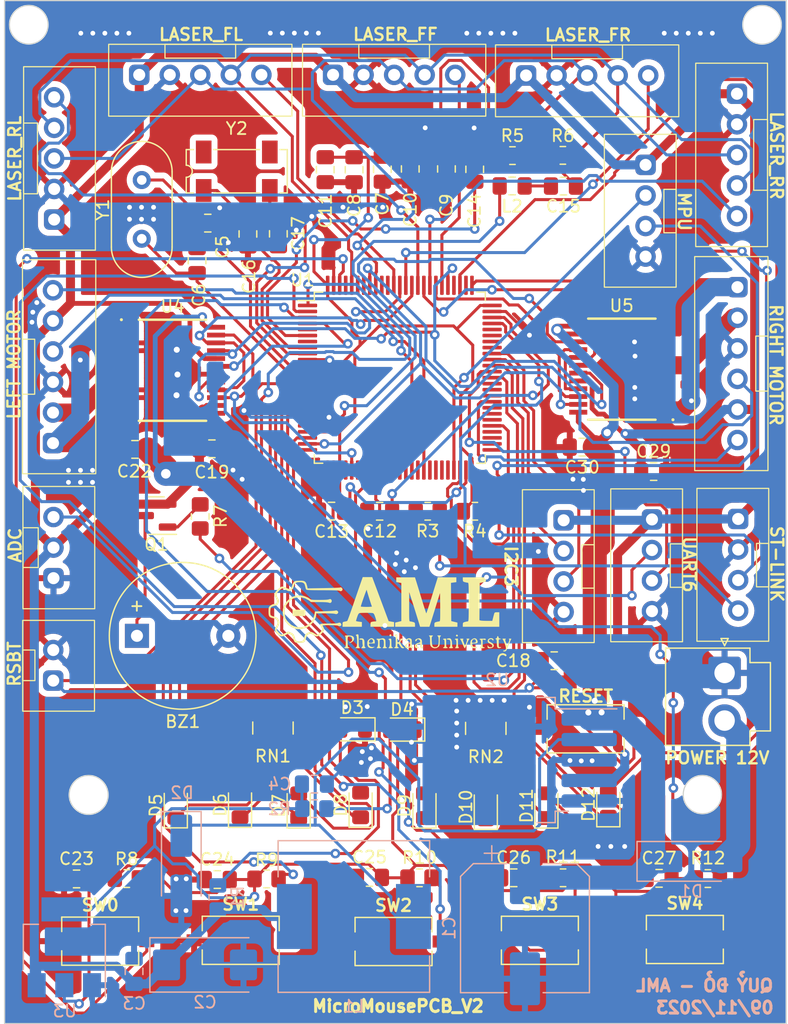
<source format=kicad_pcb>
(kicad_pcb (version 20221018) (generator pcbnew)
  (layers (0 "F.Cu" signal) (31 "B.Cu" signal) (34 "B.Paste" user) (35 "F.Paste" user) (36 "B.SilkS" user "B.Silkscreen") (37 "F.SilkS" user "F.Silkscreen") (38 "B.Mask" user) (39 "F.Mask" user) (44 "Edge.Cuts" user))
  (net 0 "")
  (net 1 "GND")
  (net 2 "+5V")
  (net 3 "+3.3V")
  (net 4 "Net-(U1-VCAP_2)")
  (net 5 "Net-(U1-VCAP_1)")
  (net 6 "Net-(D1-A)")
  (net 7 "Net-(D2-K)")
  (net 8 "Net-(D3-A)")
  (net 9 "Net-(D4-A)")
  (net 47 "/ADC1")
  (net 48 "Net-(BZ1--)")
  (net 49 "+12V")
  (net 50 "/PH0")
  (net 51 "/PH1")
  (net 52 "Net-(U1-VBAT)")
  (net 53 "Net-(C15-Pad2)")
  (net 54 "/PC14")
  (net 55 "/PC15")
  (net 56 "/NRST")
  (net 57 "Net-(D5-K)")
  (net 58 "/PC0")
  (net 59 "Net-(D6-K)")
  (net 60 "/PC1")
  (net 61 "Net-(D7-K)")
  (net 62 "/PC2")
  (net 63 "Net-(D8-K)")
  (net 64 "/PC3")
  (net 65 "Net-(D9-K)")
  (net 66 "/PC4")
  (net 67 "Net-(D10-K)")
  (net 68 "/PC5")
  (net 69 "Net-(D11-K)")
  (net 70 "/PC8")
  (net 71 "Net-(D12-K)")
  (net 72 "/PC10")
  (net 73 "/AO1")
  (net 74 "/AO2")
  (net 75 "/TIM1_CH2")
  (net 76 "/TIM1_CH1")
  (net 77 "/BO1")
  (net 78 "/BO2")
  (net 79 "/TIM4_CH2")
  (net 80 "/TIM4_CH1")
  (net 81 "Net-(U1-VREF+)")
  (net 82 "/SCL")
  (net 83 "/SDA")
  (net 84 "/XSHUT_BL")
  (net 85 "/XSHUT_BR")
  (net 86 "/XSHUT_FF")
  (net 87 "/XSHUT_FL")
  (net 88 "/XSHUT_FR")
  (net 89 "/PB10")
  (net 90 "/PB11")
  (net 91 "Net-(Q1-B)")
  (net 92 "/SWDIO")
  (net 93 "/SWCLK")
  (net 94 "/BUZZER")
  (net 95 "/PWMB")
  (net 96 "/PWMA")
  (net 97 "/PC6")
  (net 98 "/PC7")
  (net 99 "/PC9")
  (net 100 "/PA8")
  (net 101 "/STBY")
  (net 102 "/BIN2")
  (net 103 "/BIN1")
  (net 104 "/AIN2")
  (net 105 "/AIN1")
  (net 106 "/PE1")
  (net 107 "/PE2")
  (net 108 "/PE3")
  (net 109 "/PE4")
  (net 110 "/PE5")
  (footprint "Capacitor_SMD:C_0805_2012Metric_Pad1.18x1.45mm_HandSolder" (layer "F.Cu") (at 131.2885 71.82 90)
    (fp_text reference "C16")
    (fp_text value "20pF")
  )
  (footprint "Connector_JST:JST_VH_B2P-VH_1x02_P3.96mm_Vertical" (layer "F.Cu") (at 170.93 108.2925 -90)
    (fp_text reference "POWER 12V")
    (fp_text value "Conn_01x02_Socket")
  )
  (footprint "Capacitor_SMD:C_0805_2012Metric_Pad1.18x1.45mm_HandSolder" (layer "F.Cu") (at 121.8925 89.72 180)
    (fp_text reference "C22")
    (fp_text value "10U")
  )
  (footprint "LED_SMD:LED_0805_2012Metric_Pad1.15x1.40mm_HandSolder" (layer "F.Cu") (at 151.07 119.435 90)
    (fp_text reference "D10")
    (fp_text value "3VL")
  )
  (footprint "LED_SMD:LED_0805_2012Metric_Pad1.15x1.40mm_HandSolder" (layer "F.Cu") (at 139.9975 112.98 180)
    (fp_text reference "D3")
    (fp_text value "5VL")
  )
  (footprint "JST254:JST 4" (layer "F.Cu") (at 161.7677 63.54 -90)
    (fp_text reference "MPU")
    (fp_text value "MPU")
  )
  (footprint "LED_SMD:LED_0805_2012Metric_Pad1.15x1.40mm_HandSolder" (layer "F.Cu") (at 130.63 119.265 90)
    (fp_text reference "D6")
    (fp_text value "3VL")
  )
  (footprint "Resistor_SMD:R_0805_2012Metric_Pad1.20x1.40mm_HandSolder" (layer "F.Cu") (at 150.16 94.86 180)
    (fp_text reference "R4")
    (fp_text value "10K")
  )
  (footprint "Resistor_SMD:R_Array_Convex_4x0603" (layer "F.Cu") (at 133.37 112.87 90)
    (fp_text reference "RN1")
    (fp_text value "R_Pack04")
  )
  (footprint "LED_SMD:LED_0805_2012Metric_Pad1.15x1.40mm_HandSolder" (layer "F.Cu") (at 145.97 119.325 90)
    (fp_text reference "D9")
    (fp_text value "3VL")
  )
  (footprint "LED_SMD:LED_0805_2012Metric_Pad1.15x1.40mm_HandSolder" (layer "F.Cu") (at 156.11 119.325 90)
    (fp_text reference "D11")
    (fp_text value "3VL")
  )
  (footprint "JST254:JST 5" (layer "F.Cu") (at 135.8735 61.175)
    (fp_text reference "LASER_FF")
    (fp_text value "FF")
  )
  (footprint "Capacitor_SMD:C_0805_2012Metric_Pad1.18x1.45mm_HandSolder" (layer "F.Cu") (at 127.0585 74.0325 -90)
    (fp_text reference "C6")
    (fp_text value "20pF")
  )
  (footprint "TB6612FNG_C_8_EL:SOP65P760X160-24N" (layer "F.Cu") (at 162.385 83.055 180)
    (fp_text reference "U5")
    (fp_text value "TB6612FNG")
  )
  (footprint "Capacitor_SMD:C_0805_2012Metric_Pad1.18x1.45mm_HandSolder" (layer "F.Cu") (at 153.395 125.316)
    (fp_text reference "C26")
    (fp_text value "100nF")
  )
  (footprint "JST254:JST 4" (layer "F.Cu") (at 162.2992 93 -90)
    (fp_text reference "UART6")
    (fp_text value "UART6")
  )
  (footprint "Button_Switch_SMD:SW_Tactile_SPST_NO_Straight_CK_PTS636Sx25SMTRLFS" (layer "F.Cu") (at 130.6885 130.51)
    (fp_text reference "SW1")
    (fp_text value "SW_Push")
  )
  (footprint "Capacitor_SMD:C_0805_2012Metric_Pad1.18x1.45mm_HandSolder" (layer "F.Cu") (at 156.76 107.28 180)
    (fp_text reference "C18")
    (fp_text value "100nF")
  )
  (footprint "Capacitor_SMD:C_0805_2012Metric_Pad1.18x1.45mm_HandSolder" (layer "F.Cu") (at 128.741 125.46)
    (fp_text reference "C24")
    (fp_text value "100nF")
  )
  (footprint "Capacitor_SMD:C_0805_2012Metric_Pad1.18x1.45mm_HandSolder" (layer "F.Cu") (at 137.7185 66.48 -90)
    (fp_text reference "C11")
    (fp_text value "100nF")
  )
  (footprint "LOGO" (layer "F.Cu") (at 142.819279 103.208507)
    (fp_text reference "G***" hide)
    (fp_text value "LOGO" hide)
  )
  (footprint "Capacitor_SMD:C_0805_2012Metric_Pad1.18x1.45mm_HandSolder" (layer "F.Cu") (at 142.4685 66.4425 -90)
    (fp_text reference "C7")
    (fp_text value "100nF")
  )
  (footprint "Capacitor_SMD:C_0805_2012Metric_Pad1.18x1.45mm_HandSolder" (layer "F.Cu") (at 140.1185 66.4825 -90)
    (fp_text reference "C8")
    (fp_text value "100nF")
  )
  (footprint "Capacitor_SMD:C_0805_2012Metric_Pad1.18x1.45mm_HandSolder" (layer "F.Cu") (at 150.1485 66.4475 -90)
    (fp_text reference "C14")
    (fp_text value "100nF")
  )
  (footprint "JST254:JST 2" (layer "F.Cu") (at 115.0985 108.93 90)
    (fp_text reference "RSBT")
    (fp_text value "Conn_01x02_Socket")
  )
  (footprint "Resistor_SMD:R_0805_2012Metric_Pad1.20x1.40mm_HandSolder" (layer "F.Cu") (at 132.8385 125.41 180)
    (fp_text reference "R9")
    (fp_text value "1K")
  )
  (footprint "Package_TO_SOT_SMD:SOT-23" (layer "F.Cu") (at 123.6725 95.22 180)
    (fp_text reference "Q1")
    (fp_text value "S8550")
  )
  (footprint "JST254:JST 5" (layer "F.Cu") (at 169.3827 57.675 -90)
    (fp_text reference "LASER_RR")
    (fp_text value "BR")
  )
  (footprint "JST254:JST 5" (layer "F.Cu") (at 117.749 73.1175 90)
    (fp_text reference "LASER_RL")
    (fp_text value "BL")
  )
  (footprint "Resistor_SMD:R_0805_2012Metric_Pad1.20x1.40mm_HandSolder" (layer "F.Cu") (at 121.216 125.38 180)
    (fp_text reference "R8")
    (fp_text value "1K")
  )
  (footprint "Button_Switch_SMD:SW_Tactile_SPST_NO_Straight_CK_PTS636Sx25SMTRLFS" (layer "F.Cu") (at 155.5685 130.51)
    (fp_text reference "SW3")
    (fp_text value "SW_Push")
  )
  (footprint "Capacitor_SMD:C_0805_2012Metric_Pad1.18x1.45mm_HandSolder" (layer "F.Cu") (at 142.2425 94.86)
    (fp_text reference "C12")
    (fp_text value "100nF")
  )
  (footprint "LED_SMD:LED_0805_2012Metric_Pad1.15x1.40mm_HandSolder" (layer "F.Cu") (at 125.29 119.305 90)
    (fp_text reference "D5")
    (fp_text value "3VL")
  )
  (footprint "LED_SMD:LED_0805_2012Metric_Pad1.15x1.40mm_HandSolder" (layer "F.Cu") (at 135.51 119.325 90)
    (fp_text reference "D7")
    (fp_text value "3VL")
  )
  (footprint "Capacitor_SMD:C_0805_2012Metric_Pad1.18x1.45mm_HandSolder" (layer "F.Cu") (at 157.526 67.84 180)
    (fp_text reference "C15")
    (fp_text value "100nF")
  )
  (footprint "Capacitor_SMD:C_0805_2012Metric_Pad1.18x1.45mm_HandSolder" (layer "F.Cu") (at 117.036 125.41)
    (fp_text reference "C23")
    (fp_text value "100nF")
  )
  (footprint "LED_SMD:LED_0805_2012Metric_Pad1.15x1.40mm_HandSolder" (layer "F.Cu") (at 140.66 119.265 90)
    (fp_text reference "D8")
    (fp_text value "3VL")
  )
  (footprint "LED_SMD:LED_0805_2012Metric_Pad1.15x1.40mm_HandSolder" (layer "F.Cu") (at 161.26 119.215 90)
    (fp_text reference "D12")
    (fp_text value "3VL")
  )
  (footprint "JST254:JST 5" (layer "F.Cu") (at 119.7535 61.175)
    (fp_text reference "LASER_FL")
    (fp_text value "FL")
  )
  (footprint "Button_Switch_SMD:SW_Tactile_SPST_NO_Straight_CK_PTS636Sx25SMTRLFS" (layer "F.Cu") (at 159.37 112.94)
    (fp_text reference "RESET")
    (fp_text value "SW_Push")
  )
  (footprint "Button_Switch_SMD:SW_Tactile_SPST_NO_Straight_CK_PTS636Sx25SMTRLFS" (layer "F.Cu") (at 167.6235 130.44)
    (fp_text reference "SW4")
    (fp_text value "SW_Push")
  )
  (footprint "Resistor_SMD:R_0805_2012Metric_Pad1.20x1.40mm_HandSolder" (layer "F.Cu") (at 157.4965 125.316 180)
    (fp_text reference "R11")
    (fp_text value "1K")
  )
  (footprint "TB6612FNG_C_8_EL:SOP65P760X160-24N" (layer "F.Cu") (at 125.015 83.145)
    (fp_text reference "U4")
    (fp_text value "TB6612FNG")
  )
  (footprint "JST254:JST 4" (layer "F.Cu") (at 169.4677 92.96 -90)
    (fp_text reference "ST-LINK")
    (fp_text value "STLINK")
  )
  (footprint "JST254:JST 6" (layer "F.Cu") (at 117.6185 91.74 90)
    (fp_text reference "LEFT MOTOR")
    (fp_text value "LEFT_MOTOR")
  )
  (footprint "Capacitor_SMD:C_0805_2012Metric_Pad1.18x1.45mm_HandSolder" (layer "F.Cu") (at 138.245 94.85)
    (fp_text reference "C13")
    (fp_text value "100nF")
  )
  (footprint "JST254:JST 4" (layer "F.Cu") (at 154.9537 93.07 -90)
    (fp_text reference "I2C3")
    (fp_text value "I2C3")
  )
  (footprint "Resistor_SMD:R_0805_2012Metric_Pad1.20x1.40mm_HandSolder" (layer "F.Cu") (at 153.2885 65.31)
    (fp_text reference "R5")
    (fp_text value "4.7K")
  )
  (footprint "JST254:JST 6" (layer "F.Cu") (at 169.4577 73.7 -90)
    (fp_text reference "RIGHT MOTOR")
    (fp_text value "RIGHT_MOTOR")
  )
  (footprint "Capacitor_SMD:C_0805_2012Metric_Pad1.18x1.45mm_HandSolder" (layer "F.Cu") (at 147.7985 66.4175 -90)
    (fp_text reference "C9")
    (fp_text value "100nF")
  )
  (footprint "Package_QFP:LQFP-100_14x14mm_P0.5mm" (layer "F.Cu") (at 143.92 83.76)
    (fp_text reference "U1")
    (fp_text value "STM32F407VGTx")
  )
  (footprint "Resistor_SMD:R_0805_2012Metric_Pad1.20x1.40mm_HandSolder" (layer "F.Cu") (at 127.32 95.29 90)
    (fp_text reference "R7")
    (fp_text value "1K")
  )
  (footprint "Crystal:Crystal_SMD_SeikoEpson_MC306-4Pin_8.0x3.2mm" (layer "F.Cu") (at 130.3585 66.61)
    (fp_text reference "Y2")
    (fp_text value "32.768KHz")
  )
  (footprint "Capacitor_SMD:C_0805_2012Metric_Pad1.18x1.45mm_HandSolder" (layer "F.Cu") (at 159.0925 89.53 180)
    (fp_text reference "C30")
    (fp_text value "10U")
  )
  (footprint "Capacitor_SMD:C_0805_2012Metric_Pad1.18x1.45mm_HandSolder" (layer "F.Cu") (at 141.397 125.282)
    (fp_text reference "C25")
    (fp_text value "100nF")
  )
  (footprint "Capacitor_SMD:C_0805_2012Metric_Pad1.18x1.45mm_HandSolder" (layer "F.Cu") (at 165.03 91.56)
    (fp_text reference "C29")
    (fp_text value "10U")
  )
  (footprint "Resistor_SMD:R_0805_2012Metric_Pad1.20x1.40mm_HandSolder" (layer "F.Cu") (at 169.5385 125.38 180)
    (fp_text reference "R12")
    (fp_text value "1K")
  )
  (footprint "Resistor_SMD:R_0805_2012Metric_Pad1.20x1.40mm_HandSolder" (layer "F.Cu") (at 146.24 94.86 180)
    (fp_text reference "R3")
    (fp_text value "10K")
  )
  (footprint "Resistor_SMD:R_0805_2012Metric_Pad1.20x1.40mm_HandSolder" (layer "F.Cu") (at 145.5585 125.316 180)
    (fp_text reference "R10")
    (fp_text value "1K")
  )
  (footprint "JST254:JST 3" (layer "F.Cu") (at 117.5885 102.97 90)
    (fp_text reference "ADC")
    (fp_text value "ADKEYBOARD")
  )
  (footprint "LED_SMD:LED_0805_2012Metric_Pad1.15x1.40mm_HandSolder" (layer "F.Cu") (at 144.135 113 180)
    (fp_text reference "D4")
    (fp_text value "3VL")
  )
  (footprint "Capacitor_SMD:C_0805_2012Metric_Pad1.18x1.45mm_HandSolder" (layer "F.Cu") (at 133.8185 71.8075 90)
    (fp_text reference "C17")
    (fp_text value "20pF")
  )
  (footprint "Button_Switch_SMD:SW_Tactile_SPST_NO_Straight_CK_PTS636Sx25SMTRLFS" (layer "F.Cu") (at 119.0035 130.58)
    (fp_text reference "SW0")
    (fp_text value "SW_Push")
  )
  (footprint "Resistor_SMD:R_Array_Convex_4x0603" (layer "F.Cu") (at 151.07 112.9 90)
    (fp_text reference "RN2")
    (fp_text value "R_Pack04")
  )
  (footprint "Resistor_SMD:R_0805_2012Metric_Pad1.20x1.40mm_HandSolder" (layer "F.Cu") (at 157.4785 65.29 180)
    (fp_text reference "R6")
    (fp_text value "4.7K")
  )
  (footprint "Capacitor_SMD:C_0805_2012Metric_Pad1.18x1.45mm_HandSolder" (layer "F.Cu") (at 144.7885 66.4175 -90)
    (fp_text reference "C10")
    (fp_text value "100nF")
  )
  (footprint "Crystal:Crystal_HC49-U_Vertical" (layer "F.Cu") (at 122.4585 67.3375 -90)
    (fp_text reference "Y1")
    (fp_text value "25MHz")
  )
  (footprint "Button_Switch_SMD:SW_Tactile_SPST_NO_Straight_CK_PTS636Sx25SMTRLFS" (layer "F.Cu") (at 143.3985 130.61)
    (fp_text reference "SW2")
    (fp_text value "SW_Push")
  )
  (footprint "JST254:JST 5" (layer "F.Cu") (at 151.9235 61.225)
    (fp_text reference "LASER_FR")
    (fp_text value "FR")
  )
  (footprint "Buzzer_Beeper:Buzzer_12x9.5RM7.6" (layer "F.Cu") (at 122.06 105.21)
    (fp_text reference "BZ1")
    (fp_text value "Buzzer")
  )
  (footprint "Capacitor_SMD:C_0805_2012Metric_Pad1.18x1.45mm_HandSolder" (layer "F.Cu") (at 165.481 125.36)
    (fp_text reference "C27")
    (fp_text value "100nF")
  )
  (footprint "Capacitor_SMD:C_0805_2012Metric_Pad1.18x1.45mm_HandSolder" (layer "F.Cu") (at 127.951 70.92 180)
    (fp_text reference "C5")
    (fp_text value "20pF")
  )
  (footprint "Capacitor_SMD:C_0805_2012Metric_Pad1.18x1.45mm_HandSolder" (layer "F.Cu") (at 153.261 67.83 180)
    (fp_text reference "L2")
    (fp_text value "10uH")
  )
  (footprint "Capacitor_SMD:C_0805_2012Metric_Pad1.18x1.45mm_HandSolder" (layer "F.Cu") (at 128.2925 89.67)
    (fp_text reference "C19")
    (fp_text value "10U")
  )
  (footprint "Capacitor_SMD:C_0805_2012Metric_Pad1.18x1.45mm_HandSolder" (layer "B.Cu") (at 121.8185 133.09 90)
    (fp_text reference "C3")
    (fp_text value "10U")
  )
  (footprint "Package_TO_SOT_SMD:TO-263-5_TabPin3" (layer "B.Cu") (at 152.0185 115.53 180)
    (fp_text reference "U2")
    (fp_text value "LM2596S-5")
  )
  (footprint "Diode_SMD:D_SMA_Handsoldering" (layer "B.Cu") (at 125.7485 124.32 -90)
    (fp_text reference "D2")
    (fp_text value "1N5822")
  )
  (footprint "Inductor_SMD:L_12x12mm_H6mm" (layer "B.Cu") (at 140.0985 128.53 180)
    (fp_text reference "L1")
    (fp_text value "33uH")
  )
  (footprint "Package_TO_SOT_SMD:SOT-223-3_TabPin2" (layer "B.Cu") (at 116.0185 131.09 90)
    (fp_text reference "U3")
    (fp_text value "AMS1117-3.3")
  )
  (footprint "Resistor_SMD:R_0805_2012Metric_Pad1.20x1.40mm_HandSolder" (layer "B.Cu") (at 128.7885 126.95 90)
    (fp_text reference "R1")
    (fp_text value "330")
  )
  (footprint "Capacitor_SMD:C_0805_2012Metric_Pad1.18x1.45mm_HandSolder" (layer "B.Cu") (at 136.8175 117.53)
    (fp_text reference "C4")
    (fp_text value "47U")
  )
  (footprint "Capacitor_Tantalum_SMD:CP_EIA-7343-43_Kemet-X_Pad2.25x2.55mm_HandSolder" (layer "B.Cu") (at 127.7185 132.5525)
    (fp_text reference "C2")
    (fp_text value "220u")
  )
  (footprint "Capacitor_SMD:CP_Elec_10x10.5" (layer "B.Cu") (at 154.3285 129.5 -90)
    (fp_text reference "C1")
    (fp_text value "680u")
  )
  (footprint "Diode_SMD:D_SMA_Handsoldering" (layer "B.Cu") (at 168.1585 123.95)
    (fp_text reference "D1")
    (fp_text value "1N5822")
  )
  (footprint "Resistor_SMD:R_0805_2012Metric_Pad1.20x1.40mm_HandSolder" (layer "B.Cu") (at 136.8175 119.57 180)
    (fp_text reference "R2")
    (fp_text value "100")
  )
  (gr_rect (start 111.051733 52.43) (end 176.051733 137.43) (stroke (width 0.1)) (fill none) (layer "Edge.Cuts"))
  (gr_circle (center 174.047628 54.44) (end 174.797628 55.86) (stroke (width 0.1)) (fill none) (layer "Edge.Cuts"))
  (gr_circle (center 118.041733 118.43) (end 118.721733 119.9) (stroke (width 0.1)) (fill none) (layer "Edge.Cuts"))
  (gr_circle (center 113.061733 54.434105) (end 114.481733 53.684105) (stroke (width 0.1)) (fill none) (layer "Edge.Cuts"))
  (gr_circle (center 169.081733 118.4) (end 169.911733 119.76) (stroke (width 0.1)) (fill none) (layer "Edge.Cuts"))
  (gr_text "09/11/2023\n" (at 175.14 136.69) (layer "B.SilkS") (effects (font (size 1 1) (thickness 0.25) bold) (justify left bottom mirror)))
  (gr_text "QUỶ ĐỎ - AML\n" (at 175.1 134.86) (layer "B.SilkS") (effects (font (size 1 1) (thickness 0.25) bold) (justify left bottom mirror)))
  (gr_text "MicroMousePCB_V2" (at 136.518466 136.56) (layer "F.SilkS") (effects (font (size 1 1) (thickness 0.25) bold) (justify left bottom)))
  (segment (start 138.02 82.26) (end 136.245 82.26) (width 0.25) (layer "F.Cu") (net 1))
  (segment (start 138.03 87.05) (end 137.82 87.26) (width 0.25) (layer "F.Cu") (net 1))
  (segment (start 125.15 85.42) (end 125.35 85.22) (width 0.25) (layer "F.Cu") (net 1))
  (segment (start 138.44 72.2) (end 138.44 73.95) (width 0.25) (layer "F.Cu") (net 1))
  (segment (start 124.8 80.87) (end 125.37 81.44) (width 0.4) (layer "F.Cu") (net 1))
  (segment (start 163.65 85.33) (end 166.01 85.33) (width 0.4) (layer "F.Cu") (net 1))
  (segment (start 154.7 80.226522) (end 152.733478 78.26) (width 0.25) (layer "F.Cu") (net 1))
  (segment (start 125.43 83.5) (end 125.46 83.47) (width 0.4) (layer "F.Cu") (net 1))
  (segment (start 121.39 84.77) (end 124.9 84.77) (width 0.4) (layer "F.Cu") (net 1))
  (segment (start 163.46 84.57) (end 163.57 84.68) (width 0.4) (layer "F.Cu") (net 1))
  (segment (start 136.6 70.36) (end 138.44 72.2) (width 0.25) (layer "F.Cu") (net 1))
  (segment (start 166.0604 88.4304) (end 167.4355 89.8055) (width 2) (layer "F.Cu") (net 1))
  (segment (start 163.45 80.78) (end 166.01 80.78) (width 0.4) (layer "F.Cu") (net 1))
  (segment (start 161.5 82.73) (end 158.76 82.73) (width 0.4) (layer "F.Cu") (net 1))
  (segment (start 154.7 80.23) (end 154.7 80.226522) (width 0.25) (layer "F.Cu") (net 1))
  (segment (start 125.29 81.52) (end 125.37 81.44) (width 0.4) (layer "F.Cu") (net 1))
  (segment (start 141.27 94.925) (end 141.205 94.86) (width 0.25) (layer "F.Cu") (net 1))
  (segment (start 163.48 81.97) (end 163.48 85.5) (width 2) (layer "F.Cu") (net 1))
  (segment (start 138.44 73.95) (end 138.42 73.97) (width 0.25) (layer "F.Cu") (net 1))
  (segment (start 121.39 80.87) (end 124.8 80.87) (width 0.4) (layer "F.Cu") (net 1))
  (segment (start 163.46 86.727056) (end 165.163344 88.4304) (width 2) (layer "F.Cu") (net 1))
  (segment (start 163.46 85.52) (end 163.65 85.33) (width 0.4) (layer "F.Cu") (net 1))
  (segment (start 135.31 71.5) (end 135.1635 71.5) (width 0.25) (layer "F.Cu") (net 1))
  (segment (start 164.02 81.43) (end 166.01 81.43) (width 0.4) (layer "F.Cu") (net 1))
  (segment (start 152.733478 78.26) (end 151.595 78.26) (width 0.25) (layer "F.Cu") (net 1))
  (segment (start 163.46 85.52) (end 163.46 86.727056) (width 2) (layer "F.Cu") (net 1))
  (segment (start 163.44 80.79) (end 163.44 81.93) (width 0.4) (layer "F.Cu") (net 1))
  (segment (start 137.2075 93.9325) (end 137.2075 94.85) (width 0.25) (layer "F.Cu") (net 1))
  (segment (start 138.08 82.32) (end 138.02 82.26) (width 0.25) (layer "F.Cu") (net 1))
  (segment (start 165.163344 88.4304) (end 166.0604 88.4304) (width 2) (layer "F.Cu") (net 1))
  (segment (start 169.9625 108.2925) (end 170.93 108.2925) (width 2) (layer "F.Cu") (net 1))
  (segment (start 121.39 81.52) (end 125.29 81.52) (width 0.4) (layer "F.Cu") (net 1))
  (segment (start 163.48 85.5) (end 163.46 85.52) (width 2) (layer "F.Cu") (net 1))
  (segment (start 135.1635 71.5) (end 133.8185 72.845) (width 0.25) (layer "F.Cu") (net 1))
  (segment (start 163.46 85.52) (end 163.46 86.26) (width 0.4) (layer "F.Cu") (net 1))
  (segment (start 125.46 83.47) (end 128.64 83.47) (width 0.4) (layer "F.Cu") (net 1))
  (segment (start 163.44 81.93) (end 163.48 81.97) (width 0.4) (layer "F.Cu") (net 1))
  (segment (start 121.39 85.42) (end 125.15 85.42) (width 0.4) (layer "F.Cu") (net 1))
  (segment (start 137.82 87.26) (end 136.245 87.26) (width 0.25) (layer "F.Cu") (net 1))
  (segment (start 138.42 92.72) (end 137.2075 93.9325) (width 0.25) (layer "F.Cu") (net 1))
  (segment (start 163.48 81.97) (end 164.02 81.43) (width 0.4) (layer "F.Cu") (net 1))
  (segment (start 124.9 84.77) (end 125.35 85.22) (width 0.4) (layer "F.Cu") (net 1))
  (segment (start 138.42 73.97) (end 138.42 76.085) (width 0.25) (layer "F.Cu") (net 1))
  (segment (start 141.27 96.31) (end 141.27 94.925) (width 0.25) (layer "F.Cu") (net 1))
  (segment (start 167.4355 105.7655) (end 169.9625 108.2925) (width 2) (layer "F.Cu") (net 1))
  (segment (start 163.44 80.79) (end 161.5 82.73) (width 0.4) (layer "F.Cu") (net 1))
  (segment (start 138.42 91.435) (end 138.42 92.72) (width 0.25) (layer "F.Cu") (net 1))
  (segment (start 125.37 83.44) (end 125.43 83.5) (width 0.25) (layer "F.Cu") (net 1))
  (segment (start 167.4355 89.8055) (end 167.4355 105.7655) (width 2) (layer "F.Cu") (net 1))
  (segment (start 163.57 84.68) (end 166.01 84.68) (width 0.4) (layer "F.Cu") (net 1))
  (segment (start 163.44 80.79) (end 163.45 80.78) (width 0.4) (layer "F.Cu") (net 1))
  (via (at 142.494 69.596) (size 0.8) (drill 0.4) (layers "F.Cu" "B.Cu") (net 1))
  (via (at 136.6 70.36) (size 0.8) (drill 0.4) (layers "F.Cu" "B.Cu") (net 1))
  (via (at 136.15 55.13) (size 0.8) (drill 0.4) (layers "F.Cu" "B.Cu") (net 1))
  (via (at 125.32 125.41) (size 0.8) (drill 0.4) (layers "F.Cu" "B.Cu") (net 1))
  (via (at 163.46 85.52) (size 0.8) (drill 0.4) (layers "F.Cu" "B.Cu") (net 1))
  (via (at 128.94 69.65) (size 0.8) (drill 0.4) (layers "F.Cu" "B.Cu") (net 1))
  (via (at 142.68 104.35) (size 0.8) (drill 0.4) (layers "F.Cu" "B.Cu") (net 1))
  (via (at 144.89 114.05) (size 0.8) (drill 0.4) (layers "F.Cu" "B.Cu") (net 1))
  (via (at 159.18 92.21) (size 0.8) (drill 0.4) (layers "F.Cu" "B.Cu") (net 1))
  (via (at 121.44 69.6) (size 0.8) (drill 0.4) (layers "F.Cu" "B.Cu") (net 1))
  (via (at 151.49 55.14) (size 0.8) (drill 0.4) (layers "F.Cu" "B.Cu") (net 1))
  (via (at 138.08 82.32) (size 0.8) (drill 0.4) (layers "F.Cu" "B.Cu") (net 1))
  (via (at 149.6 110.57) (size 0.8) (drill 0.4) (layers "F.Cu" "B.Cu") (net 1))
  (via (at 152.49 55.14) (size 0.8) (drill 0.4) (layers "F.Cu" "B.Cu") (net 1))
  (via (at 130.048 91.44) (size 0.8) (drill 0.4) (layers "F.Cu" "B.Cu") (net 1))
  (via (at 165.91 55.14) (size 0.8) (drill 0.4) (layers "F.Cu" "B.Cu") (net 1))
  (via (at 135.15 55.13) (size 0.8) (drill 0.4) (layers "F.Cu" "B.Cu") (net 1))
  (via (at 122.44 70.6) (size 0.8) (drill 0.4) (layers "F.Cu" "B.Cu") (net 1))
  (via (at 144.45 98.92) (size 0.8) (drill 0.4) (layers "F.Cu" "B.Cu") (net 1))
  (via (at 148.65 112.46) (size 0.8) (drill 0.4) (layers "F.Cu" "B.Cu") (net 1))
  (via (at 166.91 55.14) (size 0.8) (drill 0.4) (layers "F.Cu" "B.Cu") (net 1))
  (via (at 140.8 114.83) (size 0.8) (drill 0.4) (layers "F.Cu" "B.Cu") (net 1))
  (via (at 145.22 99.55) (size 0.8) (drill 0.4) (layers "F.Cu" "B.Cu") (net 1))
  (via (at 123.44 69.6) (size 0.8) (drill 0.4) (layers "F.Cu" "B.Cu") (net 1))
  (via (at 121.44 70.6) (size 0.8) (drill 0.4) (layers "F.Cu" "B.Cu") (net 1))
  (via (at 113.73 77.52) (size 0.8) (drill 0.4) (layers "F.Cu" "B.Cu") (net 1))
  (via (at 118.364 91.456) (size 0.8) (drill 0.4) (layers "F.Cu" "B.Cu") (net 1))
  (via (at 159.01 115.6) (size 0.8) (drill 0.4) (layers "F.Cu" "B.Cu") (net 1))
  (via (at 139.192 69.596) (size 0.8) (drill 0.4) (layers "F.Cu" "B.Cu") (net 1))
  (via (at 159.91 115.59) (size 0.8) (drill 0.4) (layers "F.Cu" "B.Cu") (net 1))
  (via (at 152.6 110.57) (size 0.8) (drill 0.4) (layers "F.Cu" "B.Cu") (net 1))
  (via (at 144.91 110.88) (size 0.8) (drill 0.4) (layers "F.Cu" "B.Cu") (net 1))
  (via (at 154.7 111.14) (size 0.8) (drill 0.4) (layers "F.Cu" "B.Cu") (net 1))
  (via (at 125.37 81.44) (size 1) (drill 0.5) (layers "F.Cu" "B.Cu") (net 1))
  (via (at 118.364 92.456) (size 0.8) (drill 0.4) (layers "F.Cu" "B.Cu") (net 1))
  (via (at 119.39 55.14) (size 0.8) (drill 0.4) (layers "F.Cu" "B.Cu") (net 1))
  (via (at 141.56 114.52) (size 0.8) (drill 0.4) (layers "F.Cu" "B.Cu") (net 1))
  (via (at 116.364 91.456) (size 0.8) (drill 0.4) (layers "F.Cu" "B.Cu") (net 1))
  (via (at 150.1 63.01) (size 0.8) (drill 0.4) (layers "F.Cu" "B.Cu") (net 1))
  (via (at 160.41 122.71) (size 0.8) (drill 0.4) (layers "F.Cu" "B.Cu") (net 1))
  (via (at 130.81 92.202) (size 0.8) (drill 0.4) (layers "F.Cu" "B.Cu") (net 1))
  (via (at 150.6 110.57) (size 0.8) (drill 0.4) (layers "F.Cu" "B.Cu") (net 1))
  (via (at 137.15 55.13) (size 0.8) (drill 0.4) (layers "F.Cu" "B.Cu") (net 1))
  (via (at 143.66 98.32) (size 0.8) (drill 0.4) (layers "F.Cu" "B.Cu") (net 1))
  (via (at 133.15 55.13) (size 0.8) (drill 0.4) (layers "F.Cu" "B.Cu") (net 1))
  (via (at 122.44 69.6) (size 0.8) (drill 0.4) (layers "F.Cu" "B.Cu") (net 1))
  (via (at 126.16 125.4) (size 0.8) (drill 0.4) (layers "F.Cu" "B.Cu") (net 1))
  (via (at 134.15 55.13) (size 0.8) (drill 0.4) (layers "F.Cu" "B.Cu") (net 1))
  (via (at 150.49 55.14) (size 0.8) (drill 0.4) (layers "F.Cu" "B.Cu") (net 1))
  (via (at 148.65 114.46) (size 0.8) (drill 0.4) (layers "F.Cu" "B.Cu") (net 1))
  (via (at 126.14 128.04) (size 0.8) (drill 0.4) (layers "F.Cu" "B.Cu") (net 1))
  (via (at 129.66 72.53) (size 0.8) (drill 0.4) (layers "F.Cu" "B.Cu") (net 1))
  (via (at 117.364 91.456) (size 0.8) (drill 0.4) (layers "F.Cu" "B.Cu") (net 1))
  (via (at 161.47 122.71) (size 0.8) (drill 0.4) (layers "F.Cu" "B.Cu") (net 1))
  (via (at 141.48 115.42) (size 0.8) (drill 0.4) (layers "F.Cu" "B.Cu") (net 1))
  (via (at 151.6 110.57) (size 0.8) (drill 0.4) (layers "F.Cu" "B.Cu") (net 1))
  (via (at 130.96 86.49) (size 0.8) (drill 0.4) (layers "F.Cu" "B.Cu") (net 1))
  (via (at 145.13 115.56) (size 0.8) (drill 0.4) (layers "F.Cu" "B.Cu") (net 1))
  (via (at 141.27 96.31) (size 0.8) (drill 0.4) (layers "F.Cu" "B.Cu") (net 1))
  (via (at 123.44 70.6) (size 0.8) (drill 0.4) (layers "F.Cu" "B.Cu") (net 1))
  (via (at 155.44 98.2) (size 0.8) (drill 0.4) (layers "F.Cu" "B.Cu") (net 1))
  (via (at 167.91 55.14) (size 0.8) (drill 0.4) (layers "F.Cu" "B.Cu") (net 1))
  (via (at 169.91 55.14) (size 0.8) (drill 0.4) (layers "F.Cu" "B.Cu") (net 1))
  (via (at 163.48 81.97) (size 0.8) (drill 0.4) (layers "F.Cu" "B.Cu") (net 1))
  (via (at 153.49 55.14) (size 0.8) (drill 0.4) (layers "F.Cu" "B.Cu") (net 1))
  (via (at 143.55 99.27) (size 0.8) (drill 0.4) (layers "F.Cu" "B.Cu") (net 1))
  (via (at 158.32 92.2) (size 0.8) (drill 0.4) (layers "F.Cu" "B.Cu") (net 1))
  (via (at 158.07 115.57) (size 0.8) (drill 0.4) (layers "F.Cu" "B.Cu") (net 1))
  (via (at 163.44 80.79) (size 0.8) (drill 0.4) (layers "F.Cu" "B.Cu") (net 1))
  (via (at 118.39 55.14) (size 0.8) (drill 0.4) (layers "F.Cu" "B.Cu") (net 1))
  (via (at 148.65 111.46) (size 0.8) (drill 0.4) (layers "F.Cu" "B.Cu") (net 1))
  (via (at 113.33 79.15) (size 0.8) (drill 0.4) (layers "F.Cu" "B.Cu") (net 1))
  (via (at 141.21 111.09) (size 0.8) (drill 0.4) (layers "F.Cu" "B.Cu") (net 1))
  (via (at 159.19 93.13) (size 0.8) (drill 0.4) (layers "F.Cu" "B.Cu") (net 1))
  (via (at 148.65 113.46) (size 0.8) (drill 0.4) (layers "F.Cu" "B.Cu") (net 1))
  (via (at 148.6 110.57) (size 0.8) (drill 0.4) (layers "F.Cu" "B.Cu") (net 1))
  (via (at 140.72 115.73) (size 0.8) (drill 0.4) (layers "F.Cu" "B.Cu") (net 1))
  (via (at 125.43 83.5) (size 1) (drill 0.5) (layers "F.Cu" "B.Cu") (net 1))
  (via (at 139.4 111.11) (size 0.8) (drill 0.4) (layers "F.Cu" "B.Cu") (net 1))
  (via (at 121.39 55.14) (size 0.8) (drill 0.4) (layers "F.Cu" "B.Cu") (net 1))
  (via (at 125.35 85.22) (size 1) (drill 0.5) (layers "F.Cu" "B.Cu") (net 1))
  (via (at 146.03 63) (size 0.8) (drill 0.4) (layers "F.Cu" "B.Cu") (net 1))
  (via (at 117.364 92.456) (size 0.8) (drill 0.4) (layers "F.Cu" "B.Cu") (net 1))
  (via (at 116.364 92.456) (size 0.8) (drill 0.4) (layers "F.Cu" "B.Cu") (net 1))
  (via (at 125.3 128.05) (size 0.8) (drill 0.4) (layers "F.Cu" "B.Cu") (net 1))
  (via (at 120.39 55.14) (size 0.8) (drill 0.4) (layers "F.Cu" "B.Cu") (net 1))
  (via (at 149.49 55.14) (size 0.8) (drill 0.4) (layers "F.Cu" "B.Cu") (net 1))
  (via (at 138.03 87.05) (size 0.8) (drill 0.4) (layers "F.Cu" "B.Cu") (net 1))
  (via (at 168.91 55.14) (size 0.8) (drill 0.4) (layers "F.Cu" "B.Cu") (net 1))
  (via (at 162.62 122.71) (size 0.8) (drill 0.4) (layers "F.Cu" "B.Cu") (net 1))
  (via (at 117.39 55.14) (size 0.8) (drill 0.4) (layers "F.Cu" "B.Cu") (net 1))
  (via (at 144.29 99.88) (size 0.8) (drill 0.4) (layers "F.Cu" "B.Cu") (net 1))
  (via (at 163.46 84.57) (size 0.8) (drill 0.4) (layers "F.Cu" "B.Cu") (net 1))
  (via (at 135.31 71.5) (size 0.8) (drill 0.4) (layers "F.Cu" "B.Cu") (net 1))
  (via (at 113.4 78.32) (size 0.8) (drill 0.4) (layers "F.Cu" "B.Cu") (net 1))
  (via (at 154.7 80.23) (size 0.8) (drill 0.4) (layers "F.Cu" "B.Cu") (net 1))
  (segment (start 144.91 110.88) (end 148.29 110.88) (width 0.25) (layer "B.Cu") (net 1))
  (segment (start 125.43 85.14) (end 125.43 85.792742) (width 2) (layer "B.Cu") (net 1))
  (segment (start 138.03 87.05) (end 138.08 87) (width 0.25) (layer "B.Cu") (net 1))
  (segment (start 148.29 110.88) (end 148.6 110.57) (width 0.25) (layer "B.Cu") (net 1))
  (segment (start 138.03 87.05) (end 131.52 87.05) (width 0.25) (layer "B.Cu") (net 1))
  (segment (start 170.6625 108.56) (end 170.93 108.2925) (width 2) (layer "B.Cu") (net 1))
  (segment (start 139.655 115.73) (end 137.855 117.53) (width 0.25) (layer "B.Cu") (net 1))
  (segment (start 125.43 85.792742) (end 128.767258 89.13) (width 2) (layer "B.Cu") (net 1))
  (segment (start 148.24 114.05) (end 148.65 114.46) (width 0.25) (layer "B.Cu") (net 1))
  (segment (start 131.52 87.05) (end 130.96 86.49) (width 0.25) (layer "B.Cu") (net 1))
  (segment (start 144.89 114.05) (end 148.24 114.05) (width 0.25) (layer "B.Cu") (net 1))
  (segment (start 150.09 63) (end 150.1 63.01) (width 0.25) (layer "B.Cu") (net 1))
  (segment (start 145.774467 104.84) (end 155.620614 104.84) (width 2) (layer "B.Cu") (net 1))
  (segment (start 155.620614 104.84) (end 159.340614 108.56) (width 2) (layer "B.Cu") (net 1))
  (segment (start 125.43 81.5) (end 125.37 81.44) (width 2) (layer "B.Cu") (net 1))
  (segment (start 138.08 87) (end 138.08 82.32) (width 0.25) (layer "B.Cu") (net 1))
  (segment (start 146.03 63) (end 150.09 63) (width 0.25) (layer "B.Cu") (net 1))
  (segment (start 128.767258 89.13) (end 130.064467 89.13) (width 2) (layer "B.Cu") (net 1))
  (segment (start 140.72 115.73) (end 139.655 115.73) (width 0.25) (layer "B.Cu") (net 1))
  (segment (start 159.340614 108.56) (end 170.6625 108.56) (width 2) (layer "B.Cu") (net 1))
  (segment (start 125.43 85.14) (end 125.35 85.22) (width 0.25) (layer "B.Cu") (net 1))
  (segment (start 130.064467 89.13) (end 145.774467 104.84) (width 2) (layer "B.Cu") (net 1))
  (segment (start 125.43 85.14) (end 125.43 81.5) (width 2) (layer "B.Cu") (net 1))
  (segment (start 170.2685 60.17) (end 171.9577 60.17) (width 0.75) (layer "F.Cu") (net 2))
  (segment (start 160.37797 86.784638) (end 159.9099 86.316568) (width 0.3998) (layer "F.Cu") (net 2))
  (segment (start 171.9577 60.17) (end 173.4319 61.6442) (width 0.75) (layer "F.Cu") (net 2))
  (segment (start 162.67119 88.41119) (end 163.9925 89.7325) (width 0.75) (layer "F.Cu") (net 2))
  (segment (start 127.69 82.17) (end 127.674 82.17) (width 0.4) (layer "F.Cu") (net 2))
  (segment (start 125.3474 77.5874) (end 116.5311 77.5874) (width 0.4) (layer "F.Cu") (net 2))
  (segment (start 162.668969 88.41119) (end 162.67119 88.41119) (width 0.75) (layer "F.Cu") (net 2))
  (segment (start 115.0785 79.04) (end 113.616 80.5025) (width 0.75) (layer "F.Cu") (net 2))
  (segment (start 115.174 70.6225) (end 122.2485 63.548) (width 0.75) (layer "F.Cu") (net 2))
  (segment (start 162.028 98.402) (end 164.89 95.54) (width 0.75) (layer "F.Cu") (net 2))
  (segment (start 115.1185 97.88) (end 118.7285 94.27) (width 0.75) (layer "F.Cu") (net 2))
  (segment (start 173.4319 94.1266) (end 172.0585 95.5) (width 0.75) (layer "F.Cu") (net 2))
  (segment (start 122.2485 58.6) (end 123.7106 57.1379) (width 0.75) (layer "F.Cu") (net 2))
  (segment (start 116.5311 71.9796) (end 116.5311 77.5874) (width 0.75) (layer "F.Cu") (net 2))
  (segment (start 118.7285 94.27) (end 124.61 94.27) (width 0.75) (layer "F.Cu") (net 2))
  (segment (start 124.61 94.27) (end 127.255 91.625) (width 0.75) (layer "F.Cu") (net 2))
  (segment (start 160.894638 86.784638) (end 160.37797 86.784638) (width 0.3998) (layer "F.Cu") (net 2))
  (segment (start 164.3585 66.08) (end 170.2685 60.17) (width 0.75) (layer "F.Cu") (net 2))
  (segment (start 122.2485 63.548) (end 122.2485 58.6) (width 0.75) (layer "F.Cu") (net 2))
  (segment (start 173.4319 86.4) (end 173.4319 94.1266) (width 0.75) (layer "F.Cu") (net 2))
  (segment (start 116.5311 77.5874) (end 115.0785 79.04) (width 0.75) (layer "F.Cu") (net 2))
  (segment (start 171.9977 86.4) (end 173.4319 86.4) (width 0.75) (layer "F.Cu") (net 2))
  (segment (start 123.7106 57.1379) (end 136.9064 57.1379) (width 0.75) (layer "F.Cu") (net 2))
  (segment (start 113.616 80.5025) (end 113.616 96.3775) (width 0.75) (layer "F.Cu") (net 2))
  (segment (start 127.674 82.17) (end 126.4674 80.9634) (width 0.4) (layer "F.Cu") (net 2))
  (segment (start 162.028 114.4537) (end 162.028 98.402) (width 0.75) (layer "F.Cu") (net 2))
  (segment (start 126.4674 78.7074) (end 125.3474 77.5874) (width 0.4) (layer "F.Cu") (net 2))
  (segment (start 162.52119 88.41119) (end 160.894638 86.784638) (width 0.3998) (layer "F.Cu") (net 2))
  (segment (start 163.9925 89.7325) (end 163.9925 91.56) (width 0.75) (layer "F.Cu") (net 2))
  (segment (start 127.69 82.17) (end 128.64 82.17) (width 0.3998) (layer "F.Cu") (net 2))
  (segment (start 162.6254 115.0511) (end 162.028 114.4537) (width 0.75) (layer "F.Cu") (net 2))
  (segment (start 159.625544 84.03) (end 158.76 84.03) (width 0.3998) (layer "F.Cu") (net 2))
  (segment (start 136.9064 57.1379) (end 138.3685 58.6) (width 0.75) (layer "F.Cu") (net 2))
  (segment (start 162.668969 88.41119) (end 162.52119 88.41119) (width 0.3998) (layer "F.Cu") (net 2))
  (segment (start 173.4319 61.6442) (end 173.4319 86.4) (width 0.75) (layer "F.Cu") (net 2))
  (segment (start 159.9099 84.314356) (end 159.625544 84.03) (width 0.3998) (layer "F.Cu") (net 2))
  (segment (start 126.4674 80.9634) (end 126.4674 78.7074) (width 0.4) (layer "F.Cu") (net 2))
  (segment (start 113.616 96.3775) (end 115.1185 97.88) (width 0.75) (layer "F.Cu") (net 2))
  (segment (start 159.9099 86.316568) (end 159.9099 84.314356) (width 0.3998) (layer "F.Cu") (net 2))
  (segment (start 115.174 70.6225) (end 116.5311 71.9796) (width 0.75) (layer "F.Cu") (net 2))
  (segment (start 127.255 91.625) (end 127.255 89.67) (width 0.75) (layer "F.Cu") (net 2))
  (via (at 162.6254 115.0511) (size 0.8) (drill 0.4) (layers "F.Cu" "B.Cu") (net 2))
  (via (at 162.668969 88.41119) (size 0.8) (drill 0.4) (layers "F.Cu" "B.Cu") (net 2))
  (segment (start 113.523 133.2568) (end 113.523 99.4755) (width 0.75) (layer "B.Cu") (net 2))
  (segment (start 161.5606 117.23) (end 162.6254 116.1652) (width 0.75) (layer "B.Cu") (net 2))
  (segment (start 163.231374 88.44) (end 168.89 88.44) (width 0.75) (layer "B.Cu") (net 2))
  (segment (start 161.8485 66.08) (end 164.3585 66.08) (width 0.75) (layer "B.Cu") (net 2))
  (segment (start 159.6685 117.23) (end 161.5606 117.23) (width 0.75) (layer "B.Cu") (net 2))
  (segment (start 124.5185 132.5525) (end 122.9435 134.1275) (width 0.75) (layer "B.Cu") (net 2))
  (segment (start 135.1485 128.53) (end 133.1232 128.53) (width 0.75) (layer "B.Cu") (net 2))
  (segment (start 113.7185 132.8015) (end 113.8553 132.6647) (width 0.75) (layer "B.Cu") (net 2))
  (segment (start 157.5445 95.61) (end 164.82 95.61) (width 0.75) (layer "B.Cu") (net 2))
  (segment (start 128.7885 127.95) (end 132.5432 127.95) (width 0.75) (layer "B.Cu") (net 2))
  (segment (start 164.93 95.5) (end 164.89 95.54) (width 0.75) (layer "B.Cu") (net 2))
  (segment (start 162.693469 88.43569) (end 163.227064 88.43569) (width 0.75) (layer "B.Cu") (net 2))
  (segment (start 113.523 99.4755) (end 115.1185 97.88) (width 0.75) (layer "B.Cu") (net 2))
  (segment (start 154.4185 58.65) (end 161.8485 66.08) (width 0.75) (layer "B.Cu") (net 2))
  (segment (start 128.7885 127.95) (end 128.7885 128.2825) (width 0.75) (layer "B.Cu") (net 2))
  (segment (start 162.6254 116.1652) (end 162.6254 115.0511) (width 0.75) (layer "B.Cu") (net 2))
  (segment (start 113.7185 134.24) (end 113.7185 133.4523) (width 0.75) (layer "B.Cu") (net 2))
  (segment (start 168.89 88.44) (end 170.93 86.4) (width 0.75) (layer "B.Cu") (net 2))
  (segment (start 113.8553 132.6647) (end 120.3557 132.6647) (width 0.75) (layer "B.Cu") (net 2))
  (segment (start 172.0585 95.5) (end 164.93 95.5) (width 0.75) (layer "B.Cu") (net 2))
  (segment (start 162.668969 88.41119) (end 162.693469 88.43569) (width 0.75) (layer "B.Cu") (net 2))
  (segment (start 120.3557 132.6647) (end 121.8185 134.1275) (width 0.75) (layer "B.Cu") (net 2))
  (segment (start 138.3685 58.6) (end 140.2626 60.4941) (width 0.75) (layer "B.Cu") (net 2))
  (segment (start 140.2626 60.4941) (end 152.5744 60.4941) (width 0.75) (layer "B.Cu") (net 2))
  (segment (start 152.5744 60.4941) (end 154.4185 58.65) (width 0.75) (layer "B.Cu") (net 2))
  (segment (start 170.93 86.4) (end 171.9977 86.4) (width 0.75) (layer "B.Cu") (net 2))
  (segment (start 163.227064 88.43569) (end 163.231374 88.44) (width 0.75) (layer "B.Cu") (net 2))
  (segment (start 128.7885 128.2825) (end 124.5185 132.5525) (width 0.75) (layer "B.Cu") (net 2))
  (segment (start 113.7185 133.4523) (end 113.523 133.2568) (width 0.75) (layer "B.Cu") (net 2))
  (segment (start 132.5432 127.95) (end 133.1232 128.53) (width 0.75) (layer "B.Cu") (net 2))
  (segment (start 164.82 95.61) (end 164.89 95.54) (width 0.75) (layer "B.Cu") (net 2))
  (segment (start 113.7185 133.4523) (end 113.7185 132.8015) (width 0.75) (layer "B.Cu") (net 2))
  (segment (start 122.9435 134.1275) (end 121.8185 134.1275) (width 0.75) (layer "B.Cu") (net 2))
  (segment (start 145.2395 124.2896) (end 143.33 122.3801) (width 0.25) (layer "F.Cu") (net 3))
  (segment (start 142.4685 65.405) (end 142.4285 65.445) (width 0.25) (layer "F.Cu") (net 3))
  (segment (start 150.61 77.76) (end 151.595 77.76) (width 0.25) (layer "F.Cu") (net 3))
  (segment (start 137.3947 83.044014) (end 137.110686 82.76) (width 0.25) (layer "F.Cu") (net 3))
  (segment (start 118.0735 125.41) (end 118.0735 134.9615) (width 0.25) (layer "F.Cu") (net 3))
  (segment (start 137.110686 82.76) (end 136.245 82.76) (width 0.25) (layer "F.Cu") (net 3))
  (segment (start 137.92 77.08) (end 137.92 76.085) (width 0.25) (layer "F.Cu") (net 3))
  (segment (start 160.2522 131.3354) (end 161.8876 129.7) (width 0.25) (layer "F.Cu") (net 3))
  (segment (start 148.7009 79.7729) (end 148.7009 79.6691) (width 0.25) (layer "F.Cu") (net 3))
  (segment (start 138.37 99) (end 138.37 94.136826) (width 0.25) (layer "F.Cu") (net 3))
  (segment (start 143.33 120.129905) (end 143.74 119.719905) (width 0.25) (layer "F.Cu") (net 3))
  (segment (start 118.1035 125.38) (end 118.0735 125.41) (width 0.25) (layer "F.Cu") (net 3))
  (segment (start 151.61 66.38) (end 151.3 66.07) (width 0.25) (layer "F.Cu") (net 3))
  (segment (start 138.49 83.19) (end 137.540686 83.19) (width 0.25) (layer "F.Cu") (net 3))
  (segment (start 137.3947 83.044014) (end 137.3947 86.5305) (width 0.25) (layer "F.Cu") (net 3))
  (segment (start 133.0647 124.1838) (end 141.3363 124.1838) (width 0.25) (layer "F.Cu") (net 3))
  (segment (start 138.91 88.27) (end 136.255 88.27) (width 0.25) (layer "F.Cu") (net 3))
  (segment (start 139.936 79.876) (end 139.936 79.096) (width 0.25) (layer "F.Cu") (net 3))
  (segment (start 143.33 122.3801) (end 143.33 120.129905) (width 0.25) (layer "F.Cu") (net 3))
  (segment (start 140.9994 80.6806) (end 138.92 82.76) (width 0.25) (layer "F.Cu") (net 3))
  (segment (start 144.7885 65.38) (end 147.7985 65.38) (width 0.25) (layer "F.Cu") (net 3))
  (segment (start 144.01 113.688174) (end 144.01 104.64) (width 0.25) (layer "F.Cu") (net 3))
  (segment (start 147.3261 58.0767) (end 147.3261 64.9076) (width 0.25) (layer "F.Cu") (net 3))
  (segment (start 137.92 76.085) (end 136.78 74.945) (width 0.25) (layer "F.Cu") (net 3))
  (segment (start 141.2935 65.445) (end 141.2935 70.469905) (width 0.25) (layer "F.Cu") (net 3))
  (segment (start 137.3947 83.15) (end 137.3947 83.044014) (width 0.25) (layer "F.Cu") (net 3))
  (segment (start 168.5385 125.38) (end 166.5385 125.38) (width 0.25) (layer "F.Cu") (net 3))
  (segment (start 138.92 88.26) (end 140.18 87) (width 0.25) (layer "F.Cu") (net 3))
  (segment (start 138.92 82.76) (end 138.49 83.19) (width 0.25) (layer "F.Cu") (net 3))
  (segment (start 138.92 93.586826) (end 138.92 91.435) (width 0.25) (layer "F.Cu") (net 3))
  (segment (start 137.721 65.445) (end 137.7185 65.4425) (width 0.25) (layer "F.Cu") (net 3))
  (segment (start 149.92 90.4663) (end 148.9763 89.5226) (width 0.25) (layer "F.Cu") (net 3))
  (segment (start 131.8385 125.41) (end 133.0647 124.1838) (width 0.25) (layer "F.Cu") (net 3))
  (segment (start 120.216 125.38) (end 118.1035 125.38) (width 0.25) (layer "F.Cu") (net 3))
  (segment (start 129.7785 125.46) (end 128.6964 126.5421) (width 0.25) (layer "F.Cu") (net 3))
  (segment (start 139.936 79.096) (end 137.92 77.08) (width 0.25) (layer "F.Cu") (net 3))
  (segment (start 165.4353 126.4432) (end 161.8876 126.4432) (width 0.25) (layer "F.Cu") (net 3))
  (segment (start 161.8876 129.7) (end 161.8876 126.4432) (width 0.25) (layer "F.Cu") (net 3))
  (segment (start 137.3947 86.5305) (end 137.1652 86.76) (width 0.25) (layer "F.Cu") (net 3))
  (segment (start 141.2935 65.445) (end 140.1185 65.445) (width 0.25) (layer "F.Cu") (net 3))
  (segment (start 147.6748 124.2896) (end 154.7206 131.3354) (width 0.25) (layer "F.Cu") (net 3))
  (segment (start 144.5585 124.9706) (end 145.2395 124.2896) (width 0.25) (layer "F.Cu") (net 3))
  (segment (start 142.4685 65.405) (end 142.4935 65.38) (width 0.25) (layer "F.Cu") (net 3))
  (segment (start 140.18 87) (end 140.18 81.92) (width 0.25) (layer "F.Cu") (net 3))
  (segment (start 118.0735 134.9615) (end 117.2476 135.7874) (width 0.25) (layer "F.Cu") (net 3))
  (segment (start 156.4965 125.316) (end 154.4325 125.316) (width 0.25) (layer "F.Cu") (net 3))
  (segment (start 147.3261 64.9076) (end 147.7985 65.38) (width 0.25) (layer "F.Cu") (net 3))
  (segment (start 138.92 91.435) (end 138.92 88.26) (width 0.25) (layer "F.Cu") (net 3))
  (segment (start 144.01 104.64) (end 138.37 99) (width 0.25) (layer "F.Cu") (net 3))
  (segment (start 153.2185 66.38) (end 151.61 66.38) (width 0.25) (layer "F.Cu") (net 3))
  (segment (start 142.4345 125.282) (end 142.4685 125.316) (width 0.25) (layer "F.Cu") (net 3))
  (segment (start 142.4285 65.445) (end 141.2935 65.445) (width 0.25) (layer "F.Cu") (net 3))
  (segment (start 148.7009 79.7729) (end 148.3894 79.4614) (width 0.25) (layer "F.Cu") (net 3))
  (segment (start 136.78 72.305) (end 136.7695 72.2945) (width 0.25) (layer "F.Cu") (net 3))
  (segment (start 154.7206 131.3354) (end 160.2522 131.3354) (width 0.25) (layer "F.Cu") (net 3))
  (segment (start 136.255 88.27) (end 136.245 88.26) (width 0.25) (layer "F.Cu") (net 3))
  (segment (start 148.7009 79.6691) (end 150.61 77.76) (width 0.25) (layer "F.Cu") (net 3))
  (segment (start 140.61 80.55) (end 139.936 79.876) (width 0.25) (layer "F.Cu") (net 3))
  (segment (start 148.0039 57.3989) (end 147.3261 58.0767) (width 0.25) (layer "F.Cu") (net 3))
  (segment (start 137.540686 83.19) (end 137.3947 83.044014) (width 0.25) (layer "F.Cu") (net 3))
  (segment (start 151.3 66.07) (end 151.3 59.6558) (width 0.25) (layer "F.Cu") (net 3))
  (segment (start 148.3894 79.4614) (end 142.2186 79.4614) (width 0.25) (layer "F.Cu") (net 3))
  (segment (start 128.6964 126.5421) (end 125.2369 126.5421) (width 0.25) (layer "F.Cu") (net 3))
  (segment (start 131.8385 125.46) (end 131.8385 126.8763) (width 0.25) (layer "F.Cu") (net 3))
  (segment (start 156.4785 65.29) (end 154.3085 65.29) (width 0.25) (layer "F.Cu") (net 3))
  (segment (start 141.3363 124.1838) (end 142.4345 125.282) (width 0.25) (layer "F.Cu") (net 3))
  (segment (start 123.0089 124.3141) (end 121.2819 124.3141) (width 0.25) (layer "F.Cu") (net 3))
  (segment (start 142.2186 79.4614) (end 140.9994 80.6806) (width 0.25) (layer "F.Cu") (net 3))
  (segment (start 140.61 81.07) (end 140.61 80.55) (width 0.25) (layer "F.Cu") (net 3))
  (segment (start 131.8385 125.46) (end 131.8385 125.41) (width 0.25) (layer "F.Cu") (net 3))
  (segment (start 143.74 113.958174) (end 144.01 113.688174) (width 0.25) (layer "F.Cu") (net 3))
  (segment (start 149.9851 84.2342) (end 149.9851 81.0571) (width 0.25) (layer "F.Cu") (net 3))
  (segment (start 138.37 94.136826) (end 138.92 93.586826) (width 0.25) (layer "F.Cu") (net 3))
  (segment (start 140.18 81.92) (end 139.97 81.71) (width 0.25) (layer "F.Cu") (net 3))
  (segment (start 138.92 88.26) (end 138.91 88.27) (width 0.25) (layer "F.Cu") (net 3))
  (segment (start 166.5185 125.36) (end 165.4353 126.4432) (width 0.25) (layer "F.Cu") (net 3))
  (segment (start 148.9763 89.5226) (end 148.9763 85.243) (width 0.25) (layer "F.Cu") (net 3))
  (segment (start 154.2885 65.31) (end 153.2185 66.38) (width 0.25) (layer "F.Cu") (net 3))
  (segment (start 137.1652 86.76) (end 136.245 86.76) (width 0.25) (layer "F.Cu") (net 3))
  (segment (start 143.74 119.719905) (end 143.74 113.958174) (width 0.25) (layer "F.Cu") (net 3))
  (segment (start 166.5385 125.38) (end 166.5185 125.36) (width 0.25) (layer "F.Cu") (net 3))
  (segment (start 159.702 124.2576) (end 157.5549 124.2576) (width 0.25) (layer "F.Cu") (net 3))
  (segment (start 157.5549 124.2576) (end 156.4965 125.316) (width 0.25) (layer "F.Cu") (net 3))
  (segment (start 145.2395 124.2896) (end 147.6748 124.2896) (width 0.25) (layer "F.Cu") (net 3))
  (segment (start 148.9763 85.243) (end 149.9851 84.2342) (width 0.25) (layer "F.Cu") (net 3))
  (segment (start 149.92 94.1) (end 149.16 94.86) (width 0.25) (layer "F.Cu") (net 3))
  (segment (start 156.4785 65.29) (end 156.4785 65.755) (width 0.25) (layer "F.Cu") (net 3))
  (segment (start 151.3 59.6558) (end 149.0431 57.3989) (width 0.25) (layer "F.Cu") (net 3))
  (segment (start 149.92 91.435) (end 149.92 94.1) (width 0.25) (layer "F.Cu") (net 3))
  (segment (start 144.5585 125.316) (end 144.5585 124.9706) (width 0.25) (layer "F.Cu") (net 3))
  (segment (start 142.4685 125.316) (end 144.5585 125.316) (width 0.25) (layer "F.Cu") (net 3))
  (segment (start 161.8876 126.4432) (end 159.702 124.2576) (width 0.25) (layer "F.Cu") (net 3))
  (segment (start 149.9851 81.0571) (end 148.7009 79.7729) (width 0.25) (layer "F.Cu") (net 3))
  (segment (start 131.8385 125.46) (end 129.7785 125.46) (width 0.25) (layer "F.Cu") (net 3))
  (segment (start 156.4785 65.755) (end 158.5635 67.84) (width 0.25) (layer "F.Cu") (net 3))
  (segment (start 149.92 91.435) (end 149.92 90.4663) (width 0.25) (layer "F.Cu") (net 3))
  (segment (start 154.3085 65.29) (end 154.2885 65.31) (width 0.25) (layer "F.Cu") (net 3))
  (segment (start 142.4935 65.38) (end 144.7885 65.38) (width 0.25) (layer "F.Cu") (net 3))
  (segment (start 140.1185 65.445) (end 137.721 65.445) (width 0.25) (layer "F.Cu") (net 3))
  (segment (start 125.2369 126.5421) (end 123.0089 124.3141) (width 0.25) (layer "F.Cu") (net 3))
  (segment (start 149.0431 57.3989) (end 148.0039 57.3989) (width 0.25) (layer "F.Cu") (net 3))
  (segment (start 136.78 74.945) (end 136.78 72.305) (width 0.25) (layer "F.Cu") (net 3))
  (segment (start 121.2819 124.3141) (end 120.216 125.38) (width 0.25) (layer "F.Cu") (net 3))
  (via (at 131.8385 126.8763) (size 0.8) (drill 0.4) (layers "F.Cu" "B.Cu") (net 3))
  (via (at 141.2935 70.469905) (size 0.8) (drill 0.4) (layers "F.Cu" "B.Cu") (net 3))
  (via (at 117.2476 135.7874) (size 0.8) (drill 0.4) (layers "F.Cu" "B.Cu") (net 3))
  (via (at 136.7695 72.2945) (size 0.8) (drill 0.4) (layers "F.Cu" "B.Cu") (net 3))
  (segment (start 123.5311 122.6527) (end 125.0384 124.16) (width 0.25) (layer "B.Cu") (net 3))
  (segment (start 131.7448 126.97) (end 131.8385 126.8763) (width 0.25) (layer "B.Cu") (net 3))
  (segment (start 139.468905 72.2945) (end 141.2935 70.469905) (width 0.25) (layer "B.Cu") (net 3))
  (segment (start 135.8175 119.57) (end 135.78 119.5325) (width 0.25) (layer "B.Cu") (net 3))
  (segment (start 118.2438 127.94) (end 123.5311 122.6527) (width 0.25) (layer "B.Cu") (net 3))
  (segment (start 127.15 126.07) (end 128.05 126.97) (width 0.25) (layer "B.Cu") (net 3))
  (segment (start 135.8175 119.57) (end 124.9448 119.57) (width 0.25) (layer "B.Cu") (net 3))
  (segment (start 116.0185 134.24) (end 116.0185 135.5653) (width 0.25) (layer "B.Cu") (net 3))
  (segment (start 116.0185 127.94) (end 118.2438 127.94) (width 0.25) (layer "B.Cu") (net 3))
  (segment (start 125.0384 124.16) (end 126.1269 124.16) (width 0.25) (layer "B.Cu") (net 3))
  (segment (start 117.0255 135.5653) (end 117.2476 135.7874) (width 0.25) (layer "B.Cu") (net 3))
  (segment (start 126.1269 124.16) (end 127.15 125.1831) (width 0.25) (layer "B.Cu") (net 3))
  (segment (start 123.5311 120.9837) (end 123.5311 122.6527) (width 0.25) (layer "B.Cu") (net 3))
  (segment (start 127.15 125.1831) (end 127.15 126.07) (width 0.25) (layer "B.Cu") (net 3))
  (segment (start 116.0185 135.5653) (end 117.0255 135.5653) (width 0.25) (layer "B.Cu") (net 3))
  (segment (start 124.9448 119.57) (end 123.5311 120.9837) (width 0.25) (layer "B.Cu") (net 3))
  (segment (start 136.7695 72.2945) (end 139.468905 72.2945) (width 0.25) (layer "B.Cu") (net 3))
  (segment (start 128.05 126.97) (end 131.7448 126.97) (width 0.25) (layer "B.Cu") (net 3))
  (segment (start 135.78 119.5325) (end 135.78 117.53) (width 0.25) (layer "B.Cu") (net 3))
  (segment (start 153.17 79.332918) (end 152.597082 78.76) (width 0.25) (layer "F.Cu") (net 4))
  (segment (start 155.3491 85.2323) (end 156.2668 84.3146) (width 0.25) (layer "F.Cu") (net 4))
  (segment (start 143.28 93.4079) (end 143.28 94.86) (width 0.25) (layer "F.Cu") (net 4))
  (segment (start 156.2668 82.880404) (end 153.17 79.783604) (width 0.25) (layer "F.Cu") (net 4))
  (segment (start 154.9829 85.2323) (end 155.3491 85.2323) (width 0.25) (layer "F.Cu") (net 4))
  (segment (start 156.2668 84.3146) (end 156.2668 82.880404) (width 0.25) (layer "F.Cu") (net 4))
  (segment (start 152.597082 78.76) (end 151.595 78.76) (width 0.25) (layer "F.Cu") (net 4))
  (segment (start 153.17 79.783604) (end 153.17 79.332918) (width 0.25) (layer "F.Cu") (net 4))
  (via (at 143.28 93.4079) (size 0.8) (drill 0.4) (layers "F.Cu" "B.Cu") (net 4))
  (via (at 154.9829 85.2323) (size 0.8) (drill 0.4) (layers "F.Cu" "B.Cu") (net 4))
  (segment (start 151.4556 85.2323) (end 154.9829 85.2323) (width 0.25) (layer "B.Cu") (net 4))
  (segment (start 143.28 93.4079) (end 151.4556 85.2323) (width 0.25) (layer "B.Cu") (net 4))
  (segment (start 149.42 91.435) (end 149.42 92.4885) (width 0.25) (layer "F.Cu") (net 5))
  (segment (start 139.77 92.88) (end 139.77 94.3625) (width 0.25) (layer "F.Cu") (net 5))
  (segment (start 139.77 94.3625) (end 139.2825 94.85) (width 0.25) (layer "F.Cu") (net 5))
  (segment (start 149.42 92.4885) (end 148.6188 93.2897) (width 0.25) (layer "F.Cu") (net 5))
  (segment (start 139.8 92.85) (end 139.77 92.88) (width 0.25) (layer "F.Cu") (net 5))
  (via (at 139.8 92.85) (size 0.8) (drill 0.4) (layers "F.Cu" "B.Cu") (net 5))
  (via (at 148.6188 93.2897) (size 0.8) (drill 0.4) (layers "F.Cu" "B.Cu") (net 5))
  (segment (start 141.0833 94.1333) (end 147.7752 94.1333) (width 0.25) (layer "B.Cu") (net 5))
  (segment (start 139.8 92.85) (end 141.0833 94.1333) (width 0.25) (layer "B.Cu") (net 5))
  (segment (start 147.7752 94.1333) (end 148.6188 93.2897) (width 0.25) (layer "B.Cu") (net 5))
  (segment (start 172.063462 122.545038) (end 170.6585 123.95) (width 2) (layer "B.Cu") (net 6))
  (segment (start 172.063462 113.385962) (end 172.063462 122.545038) (width 2) (layer "B.Cu") (net 6))
  (segment (start 170.93 112.2525) (end 172.063462 113.385962) (width 2) (layer "B.Cu") (net 6))
  (segment (start 145.4935 117.1035) (end 145.4935 120.918172) (width 0.25) (layer "B.Cu") (net 7))
  (segment (start 145.4935 120.918172) (end 145.995328 121.42) (width 0.25) (layer "B.Cu") (net 7))
  (segment (start 143.64 128.53) (end 143.17 128.06) (width 0.25) (layer "B.Cu") (net 7))
  (segment (start 142.185 113.795) (end 145.4935 117.1035) (width 0.25) (layer "B.Cu") (net 7))
  (segment (start 136.8822 120.9403) (end 136.8822 116.8578) (width 0.25) (layer "B.Cu") (net 7))
  (segment (start 137.2238 120.9403) (end 136.8822 120.9403) (width 0.25) (layer "B.Cu") (net 7))
  (segment (start 157.12 113.83) (end 159.6685 113.83) (width 0.25) (layer "B.Cu") (net 7))
  (segment (start 155.041672 121.42) (end 155.5435 120.918172) (width 0.25) (layer "B.Cu") (net 7))
  (segment (start 145.995328 121.42) (end 155.041672 121.42) (width 0.25) (layer "B.Cu") (net 7))
  (segment (start 143.17 128.06) (end 143.17 126.8865) (width 0.25) (layer "B.Cu") (net 7))
  (segment (start 143.17 126.8865) (end 137.2238 120.9403) (width 0.25) (layer "B.Cu") (net 7))
  (segment (start 126.6282 120.9403) (end 125.7485 121.82) (width 0.25) (layer "B.Cu") (net 7))
  (segment (start 145.0485 128.53) (end 143.64 128.53) (width 0.25) (layer "B.Cu") (net 7))
  (segment (start 139.945 113.795) (end 142.185 113.795) (width 0.25) (layer "B.Cu") (net 7))
  (segment (start 136.8822 116.8578) (end 139.945 113.795) (width 0.25) (layer "B.Cu") (net 7))
  (segment (start 155.5435 120.918172) (end 155.5435 115.4065) (width 0.25) (layer "B.Cu") (net 7))
  (segment (start 136.8822 120.9403) (end 126.6282 120.9403) (width 0.25) (layer "B.Cu") (net 7))
  (segment (start 155.5435 115.4065) (end 157.12 113.83) (width 0.25) (layer "B.Cu") (net 7))
  (segment (start 142.1401 117.5019) (end 142.1401 121.0888) (width 0.25) (layer "F.Cu") (net 8))
  (segment (start 142.1401 121.0888) (end 139.9276 123.3013) (width 0.25) (layer "F.Cu") (net 8))
  (segment (start 138.9725 112.98) (end 138.9725 115.7125) (width 0.25) (layer "F.Cu") (net 8))
  (segment (start 140.48 117.22) (end 141.8582 117.22) (width 0.25) (layer "F.Cu") (net 8))
  (segment (start 141.8582 117.22) (end 142.1401 117.5019) (width 0.25) (layer "F.Cu") (net 8))
  (segment (start 139.9276 123.3013) (end 138.559 123.3013) (width 0.25) (layer "F.Cu") (net 8))
  (segment (start 138.9725 115.7125) (end 140.48 117.22) (width 0.25) (layer "F.Cu") (net 8))
  (via (at 138.559 123.3013) (size 0.8) (drill 0.4) (layers "F.Cu" "B.Cu") (net 8))
  (segment (start 131.4644 123.2741) (end 128.7885 125.95) (width 0.25) (layer "B.Cu") (net 8))
  (segment (start 138.5318 123.2741) (end 131.4644 123.2741) (width 0.25) (layer "B.Cu") (net 8))
  (segment (start 138.559 123.3013) (end 138.5318 123.2741) (width 0.25) (layer "B.Cu") (net 8))
  (segment (start 143.11 119.3246) (end 143.11 113) (width 0.25) (layer "F.Cu") (net 9))
  (segment (start 142.8646 119.57) (end 143.11 119.3246) (width 0.25) (layer "F.Cu") (net 9))
  (via (at 142.8646 119.57) (size 0.8) (drill 0.4) (layers "F.Cu" "B.Cu") (net 9))
  (segment (start 137.8175 119.57) (end 142.8646 119.57) (width 0.25) (layer "B.Cu") (net 9))
  (segment (start 139.6535 108.2326) (end 139.6535 107.2234) (width 0.25) (layer "F.Cu") (net 47))
  (segment (start 135.0789 89.0596) (end 135.3785 88.76) (width 0.25) (layer "F.Cu") (net 47))
  (segment (start 139.6535 107.2234) (end 135.0789 102.6488) (width 0.25) (layer "F.Cu") (net 47))
  (segment (start 135.3785 88.76) (end 136.245 88.76) (width 0.25) (layer "F.Cu") (net 47))
  (segment (start 135.0789 102.6488) (end 135.0789 89.0596) (width 0.25) (layer "F.Cu") (net 47))
  (via (at 139.6535 108.2326) (size 0.8) (drill 0.4) (layers "F.Cu" "B.Cu") (net 47))
  (segment (start 125.01 103.27) (end 132.15 103.27) (width 0.25) (layer "B.Cu") (net 47))
  (segment (start 117.08 95.34) (end 125.01 103.27) (width 0.25) (layer "B.Cu") (net 47))
  (segment (start 115.1185 95.34) (end 117.08 95.34) (width 0.25) (layer "B.Cu") (net 47))
  (segment (start 137.1126 108.2326) (end 139.6535 108.2326) (width 0.25) (layer "B.Cu") (net 47))
  (segment (start 132.15 103.27) (end 137.1126 108.2326) (width 0.25) (layer "B.Cu") (net 47))
  (segment (start 122.735 103.2097) (end 122.735 95.22) (width 0.25) (layer "F.Cu") (net 48))
  (segment (start 122.06 103.8847) (end 122.735 103.2097) (width 0.25) (layer "F.Cu") (net 48))
  (segment (start 122.06 105.21) (end 122.06 103.8847) (width 0.25) (layer "F.Cu") (net 48))
  (segment (start 124.4613 91.2513) (end 122.93 89.72) (width 2) (layer "F.Cu") (net 49))
  (segment (start 127.85 86.07) (end 128.64 86.07) (width 0.3998) (layer "F.Cu") (net 49))
  (segment (start 127.53 86.39) (end 127.86 86.72) (width 0.3998) (layer "F.Cu") (net 49))
  (segment (start 161.100043 88.39) (end 161.164049 88.325994) (width 0.8) (layer "F.Cu") (net 49))
  (segment (start 161.164049 88.495951) (end 160.13 89.53) (width 0.8) (layer "F.Cu") (net 49))
  (segment (start 160.13 111.47) (end 160.13 98.072614) (width 2) (layer "F.Cu") (net 49))
  (segment (start 158.76 87.42) (end 158.76 86.63) (width 0.3998) (layer "F.Cu") (net 49))
  (segment (start 158.76 79.48) (end 157.11 79.48) (width 0.3998) (layer "F.Cu") (net 49))
  (segment (start 160.79 90.19) (end 160.13 89.53) (width 2) (layer "F.Cu") (net 49))
  (segment (start 157.11 79.48) (end 157.11 80.13) (width 0.3998) (layer "F.Cu") (net 49))
  (segment (start 160.4346 89.0946) (end 158.76 87.42) (width 0.3998) (layer "F.Cu") (net 49))
  (segment (start 127.82 79.57) (end 127.4898 79.2398) (width 0.3998) (layer "F.Cu") (net 49))
  (segment (start 127.53 86.68) (end 127.53 86.39) (width 0.8) (layer "F.Cu") (net 49))
  (segment (start 160.13 98.072614) (end 160.79 97.412614) (width 2) (layer "F.Cu") (net 49))
  (segment (start 160.79 97.412614) (end 160.79 90.19) (width 2) (layer "F.Cu") (net 49))
  (segment (start 127.86 86.72) (end 128.64 86.72) (width 0.3998) (layer "F.Cu") (net 49))
  (segment (start 160.37 111.71) (end 160.13 111.47) (width 2) (layer "F.Cu") (net 49))
  (segment (start 127.4898 79.2398) (end 127.4898 78.7224) (width 0.3998) (layer "F.Cu") (net 49))
  (segment (start 124.4613 89.7487) (end 127.53 86.68) (width 0.8) (layer "F.Cu") (net 49))
  (segment (start 124.4613 91.7459) (end 124.4613 91.2513) (width 2) (layer "F.Cu") (net 49))
  (segment (start 127.53 86.39) (end 127.85 86.07) (width 0.3998) (layer "F.Cu") (net 49))
  (segment (start 160.5654 89.0946) (end 160.4346 89.0946) (width 0.3998) (layer "F.Cu") (net 49))
  (segment (start 161.164049 88.325994) (end 161.164049 88.495951) (width 0.8) (layer "F.Cu") (net 49))
  (segment (start 157.11 80.13) (end 158.76 80.13) (width 0.3998) (layer "F.Cu") (net 49))
  (segment (start 124.4613 91.7459) (end 124.4613 89.7487) (width 0.8) (layer "F.Cu") (net 49))
  (segment (start 128.64 79.57) (end 127.82 79.57) (width 0.3998) (layer "F.Cu") (net 49))
  (via (at 161.164049 88.325994) (size 1) (drill 0.6) (layers "F.Cu" "B.Cu") (net 49))
  (via (at 157.01 79.78) (size 1) (drill 0.6) (layers "F.Cu" "B.Cu") (net 49))
  (via (at 124.4613 91.7459) (size 1.5) (drill 0.8) (layers "F.Cu" "B.Cu") (net 49))
  (via (at 159.6 111.58) (size 1) (drill 0.5) (layers "F.Cu" "B.Cu") (net 49))
  (via (at 127.4898 78.7224) (size 0.8) (drill 0.4) (layers "F.Cu" "B.Cu") (net 49))
  (via (at 160.13 110.61) (size 1) (drill 0.5) (layers "F.Cu" "B.Cu") (net 49))
  (via (at 160.7 111.57) (size 1) (drill 0.5) (layers "F.Cu" "B.Cu") (net 49))
  (segment (start 161.7093 87.780743) (end 161.7093 84.4793) (width 0.8) (layer "B.Cu") (net 49))
  (segment (start 164.9835 123.95) (end 165.6585 123.95) (width 2) (layer "B.Cu") (net 49))
  (segment (start 160.13 112.0786) (end 160.13 110.9342) (width 2) (layer "B.Cu") (net 49))
  (segment (start 151.336178 107.442) (end 144.282237 107.442) (width 2) (layer "B.Cu") (net 49))
  (segment (start 144.282237 107.442) (end 143.036837 106.1966) (width 2) (layer "B.Cu") (net 49))
  (segment (start 164.9835 123.95) (end 164.9835 114.6996) (width 2) (layer "B.Cu") (net 49))
  (segment (start 127.567 91.7459) (end 124.4613 91.7459) (width 2) (layer "B.Cu") (net 49))
  (segment (start 142.0177 106.1966) (end 127.567 91.7459) (width 2) (layer "B.Cu") (net 49))
  (segment (start 159.7199 112.0786) (end 159.6685 112.13) (width 1.1018) (layer "B.Cu") (net 49))
  (segment (start 123.58 80.31) (end 125.1676 78.7224) (width 0.4) (layer "B.Cu") (net 49))
  (segment (start 124.4613 91.7459) (end 123.58 90.8646) (width 0.4) (layer "B.Cu") (net 49))
  (segment (start 143.036837 106.1966) (end 142.0177 106.1966) (width 2) (layer "B.Cu") (net 49))
  (segment (start 123.58 90.8646) (end 123.58 80.31) (width 0.4) (layer "B.Cu") (net 49))
  (segment (start 164.9835 114.6996) (end 162.3625 112.0786) (width 2) (layer "B.Cu") (net 49))
  (segment (start 161.164049 88.325994) (end 161.7093 87.780743) (width 0.8) (layer "B.Cu") (net 49))
  (segment (start 125.1676 78.7224) (end 127.4898 78.7224) (width 0.4) (layer "B.Cu") (net 49))
  (segment (start 163.6335 125.3) (end 164.9835 123.95) (width 2) (layer "B.Cu") (net 49))
  (segment (start 158.356442 110.9342) (end 154.72678 107.304538) (width 2) (layer "B.Cu") (net 49))
  (segment (start 151.47364 107.304538) (end 151.336178 107.442) (width 2) (layer "B.Cu") (net 49))
  (segment (start 160.13 110.9342) (end 158.356442 110.9342) (width 2) (layer "B.Cu") (net 49))
  (segment (start 160.13 112.0786) (end 159.7199 112.0786) (width 2) (layer "B.Cu") (net 49))
  (segment (start 154.3285 125.3) (end 163.6335 125.3) (width 2) (layer "B.Cu") (net 49))
  (segment (start 162.3625 112.0786) (end 160.13 112.0786) (width 2) (layer "B.Cu") (net 49))
  (segment (start 154.72678 107.304538) (end 151.47364 107.304538) (width 2) (layer "B.Cu") (net 49))
  (segment (start 161.7093 84.4793) (end 157.01 79.78) (width 0.8) (layer "B.Cu") (net 49))
  (segment (start 131.5 79.4838) (end 131.5 75.810826) (width 0.25) (layer "F.Cu") (net 50))
  (segment (start 126.9135 71.5415) (end 126.9135 70.92) (width 0.25) (layer "F.Cu") (net 50))
  (segment (start 127.771674 72.0825) (end 127.4545 72.0825) (width 0.25) (layer "F.Cu") (net 50))
  (segment (start 122.4585 67.3375) (end 124.2335 67.3375) (width 0.25) (layer "F.Cu") (net 50))
  (segment (start 135.2762 83.26) (end 131.5 79.4838) (width 0.25) (layer "F.Cu") (net 50))
  (segment (start 127.4545 72.0825) (end 126.9135 71.5415) (width 0.25) (layer "F.Cu") (net 50))
  (segment (start 131.5 75.810826) (end 127.771674 72.0825) (width 0.25) (layer "F.Cu") (net 50))
  (segment (start 136.245 83.26) (end 135.2762 83.26) (width 0.25) (layer "F.Cu") (net 50))
  (segment (start 124.2335 67.3375) (end 126.9135 70.0175) (width 0.25) (layer "F.Cu") (net 50))
  (segment (start 126.9135 70.0175) (end 126.9135 70.92) (width 0.25) (layer "F.Cu") (net 50))
  (segment (start 122.4585 72.2175) (end 125.311 75.07) (width 0.25) (layer "F.Cu") (net 51))
  (segment (start 125.311 75.07) (end 127.0585 75.07) (width 0.25) (layer "F.Cu") (net 51))
  (segment (start 135.0525 83.76) (end 127.0585 75.766) (width 0.25) (layer "F.Cu") (net 51))
  (segment (start 136.245 83.76) (end 135.0525 83.76) (width 0.25) (layer "F.Cu") (net 51))
  (segment (start 127.0585 75.766) (end 127.0585 75.07) (width 0.25) (layer "F.Cu") (net 51))
  (segment (start 132.92 78.78) (end 134.4 80.26) (width 0.25) (layer "F.Cu") (net 52))
  (segment (start 134.4 80.26) (end 136.245 80.26) (width 0.25) (layer "F.Cu") (net 52))
  (segment (start 132.92 76.605501) (end 132.92 78.78) (width 0.25) (layer "F.Cu") (net 52))
  (segment (start 135.32 74.205501) (end 132.92 76.605501) (width 0.25) (layer "F.Cu") (net 52))
  (segment (start 140.0043 70.7338) (end 140.6781 71.4076) (width 0.25) (layer "F.Cu") (net 52))
  (segment (start 150.1485 67.485) (end 150.1485 71.4076) (width 0.25) (layer "F.Cu") (net 52))
  (segment (start 135.32 73.13) (end 135.32 74.205501) (width 0.25) (layer "F.Cu") (net 52))
  (segment (start 140.6781 71.4076) (end 142.747 71.4076) (width 0.25) (layer "F.Cu") (net 52))
  (via (at 142.747 71.4076) (size 0.8) (drill 0.4) (layers "F.Cu" "B.Cu") (net 52))
  (via (at 140.0043 70.7338) (size 0.8) (drill 0.4) (layers "F.Cu" "B.Cu") (net 52))
  (via (at 150.1485 71.4076) (size 0.8) (drill 0.4) (layers "F.Cu" "B.Cu") (net 52))
  (via (at 135.32 73.13) (size 0.8) (drill 0.4) (layers "F.Cu" "B.Cu") (net 52))
  (segment (start 142.747 71.4076) (end 150.1485 71.4076) (width 0.25) (layer "B.Cu") (net 52))
  (segment (start 135.32 72.718695) (end 137.304895 70.7338) (width 0.25) (layer "B.Cu") (net 52))
  (segment (start 135.32 73.13) (end 135.32 72.718695) (width 0.25) (layer "B.Cu") (net 52))
  (segment (start 137.304895 70.7338) (end 140.0043 70.7338) (width 0.25) (layer "B.Cu") (net 52))
  (segment (start 156.4785 67.83) (end 156.4885 67.84) (width 0.25) (layer "F.Cu") (net 53))
  (segment (start 154.2985 67.83) (end 156.4785 67.83) (width 0.25) (layer "F.Cu") (net 53))
  (segment (start 133.8796 75.009505) (end 133.8796 74.408895) (width 0.25) (layer "F.Cu") (net 54))
  (segment (start 132.53 73.24) (end 132.53 72.024) (width 0.25) (layer "F.Cu") (net 54))
  (segment (start 128.716 68.21) (end 131.2885 70.7825) (width 0.25) (layer "F.Cu") (net 54))
  (segment (start 133.2742 73.9842) (end 132.53 73.24) (width 0.25) (layer "F.Cu") (net 54))
  (segment (start 132.53 72.024) (end 131.2885 70.7825) (width 0.25) (layer "F.Cu") (net 54))
  (segment (start 136.245 81.26) (end 134.706396 81.26) (width 0.25) (layer "F.Cu") (net 54))
  (segment (start 133.454905 73.9842) (end 133.2742 73.9842) (width 0.25) (layer "F.Cu") (net 54))
  (segment (start 134.706396 81.26) (end 132.47 79.023604) (width 0.25) (layer "F.Cu") (net 54))
  (segment (start 133.8796 74.408895) (end 133.454905 73.9842) (width 0.25) (layer "F.Cu") (net 54))
  (segment (start 132.47 76.419105) (end 133.8796 75.009505) (width 0.25) (layer "F.Cu") (net 54))
  (segment (start 127.6085 68.21) (end 128.716 68.21) (width 0.25) (layer "F.Cu") (net 54))
  (segment (start 132.47 79.023604) (end 132.47 76.419105) (width 0.25) (layer "F.Cu") (net 54))
  (segment (start 133.1085 68.21) (end 133.1085 69.4853) (width 0.25) (layer "F.Cu") (net 55))
  (segment (start 136.045 71.105) (end 135.71 70.77) (width 0.25) (layer "F.Cu") (net 55))
  (segment (start 135.71 70.77) (end 133.8185 70.77) (width 0.25) (layer "F.Cu") (net 55))
  (segment (start 135.99 74.6046) (end 136.045 74.5496) (width 0.25) (layer "F.Cu") (net 55))
  (segment (start 132.02 75.8438) (end 132.02 79.21) (width 0.25) (layer "F.Cu") (net 55))
  (segment (start 134.57 81.76) (end 136.245 81.76) (width 0.25) (layer "F.Cu") (net 55))
  (segment (start 133.1085 69.4853) (end 133.8185 70.1953) (width 0.25) (layer "F.Cu") (net 55))
  (segment (start 136.045 74.5496) (end 136.045 71.105) (width 0.25) (layer "F.Cu") (net 55))
  (segment (start 133.8185 70.1953) (end 133.8185 70.77) (width 0.25) (layer "F.Cu") (net 55))
  (segment (start 133.1546 74.7092) (end 132.02 75.8438) (width 0.25) (layer "F.Cu") (net 55))
  (segment (start 132.02 79.21) (end 134.57 81.76) (width 0.25) (layer "F.Cu") (net 55))
  (via (at 135.99 74.6046) (size 0.8) (drill 0.4) (layers "F.Cu" "B.Cu") (net 55))
  (via (at 133.1546 74.7092) (size 0.8) (drill 0.4) (layers "F.Cu" "B.Cu") (net 55))
  (segment (start 135.99 74.6046) (end 133.2592 74.6046) (width 0.25) (layer "B.Cu") (net 55))
  (segment (start 133.2592 74.6046) (end 133.1546 74.7092) (width 0.25) (layer "B.Cu") (net 55))
  (segment (start 163.3889 113.9092) (end 163.245 113.7653) (width 0.25) (layer "F.Cu") (net 56))
  (segment (start 131.9664 97.7726) (end 120.809 108.93) (width 0.25) (layer "F.Cu") (net 56))
  (segment (start 163.3889 115.3653) (end 163.3889 113.9092) (width 0.25) (layer "F.Cu") (net 56))
  (segment (start 162.3244 115.7775) (end 162.9767 115.7775) (width 0.25) (layer "F.Cu") (net 56))
  (segment (start 163.245 113.7653) (end 163.245 112.94) (width 0.25) (layer "F.Cu") (net 56))
  (segment (start 131.9664 84.7636) (end 131.9664 97.7726) (width 0.25) (layer "F.Cu") (net 56))
  (segment (start 136.245 84.26) (end 132.47 84.26) (width 0.25) (layer "F.Cu") (net 56))
  (segment (start 155.7225 108.498) (end 155.7225 107.28) (width 0.25) (layer "F.Cu") (net 56))
  (segment (start 120.809 108.93) (end 115.0985 108.93) (width 0.25) (layer "F.Cu") (net 56))
  (segment (start 156.0774 109.5305) (end 162.3244 115.7775) (width 0.25) (layer "F.Cu") (net 56))
  (segment (start 154.69 109.5305) (end 155.7225 108.498) (width 0.25) (layer "F.Cu") (net 56))
  (segment (start 132.47 84.26) (end 131.9664 84.7636) (width 0.25) (layer "F.Cu") (net 56))
  (segment (start 154.69 109.5305) (end 156.0774 109.5305) (width 0.25) (layer "F.Cu") (net 56))
  (segment (start 162.9767 115.7775) (end 163.3889 115.3653) (width 0.25) (layer "F.Cu") (net 56))
  (via (at 154.69 109.5305) (size 0.8) (drill 0.4) (layers "F.Cu" "B.Cu") (net 56))
  (segment (start 154.4155 109.805) (end 145.830328 109.805) (width 0.25) (layer "B.Cu") (net 56))
  (segment (start 145.830328 109.805) (end 145.795328 109.84) (width 0.25) (layer "B.Cu") (net 56))
  (segment (start 145.795328 109.84) (end 116.0085 109.84) (width 0.25) (layer "B.Cu") (net 56))
  (segment (start 116.0085 109.84) (end 115.0985 108.93) (width 0.25) (layer "B.Cu") (net 56))
  (segment (start 154.69 109.5305) (end 154.4155 109.805) (width 0.25) (layer "B.Cu") (net 56))
  (segment (start 126.355 119.265) (end 125.29 120.33) (width 0.25) (layer "F.Cu") (net 57))
  (segment (start 131.2132 119.265) (end 126.355 119.265) (width 0.25) (layer "F.Cu") (net 57))
  (segment (start 132.17 118.3082) (end 131.2132 119.265) (width 0.25) (layer "F.Cu") (net 57))
  (segment (start 132.17 113.77) (end 132.17 118.3082) (width 0.25) (layer "F.Cu") (net 57))
  (segment (start 133.1417 86.3209) (end 134.7026 84.76) (width 0.25) (layer "F.Cu") (net 58))
  (segment (start 124.85 117.84) (end 124.85 106.48) (width 0.25) (layer "F.Cu") (net 58))
  (segment (start 125.29 118.28) (end 124.85 117.84) (width 0.25) (layer "F.Cu") (net 58))
  (segment (start 124.85 106.48) (end 133.1417 98.1883) (width 0.25) (layer "F.Cu") (net 58))
  (segment (start 134.7026 84.76) (end 136.245 84.76) (width 0.25) (layer "F.Cu") (net 58))
  (segment (start 133.1417 98.1883) (end 133.1417 86.3209) (width 0.25) (layer "F.Cu") (net 58))
  (segment (start 130.63 120.29) (end 130.8688 120.29) (width 0.25) (layer "F.Cu") (net 59))
  (segment (start 130.8688 120.29) (end 132.97 118.1888) (width 0.25) (layer "F.Cu") (net 59))
  (segment (start 132.97 118.1888) (end 132.97 113.77) (width 0.25) (layer "F.Cu") (net 59))
  (segment (start 130.63 118.24) (end 129.17 118.24) (width 0.25) (layer "F.Cu") (net 60))
  (segment (start 133.5917 86.5922) (end 134.9239 85.26) (width 0.25) (layer "F.Cu") (net 60))
  (segment (start 133.5917 98.7083) (end 133.5917 86.5922) (width 0.25) (layer "F.Cu") (net 60))
  (segment (start 134.9239 85.26) (end 136.245 85.26) (width 0.25) (layer "F.Cu") (net 60))
  (segment (start 129.17 118.24) (end 125.6 114.67) (width 0.25) (layer "F.Cu") (net 60))
  (segment (start 125.6 114.67) (end 125.6 106.7) (width 0.25) (layer "F.Cu") (net 60))
  (segment (start 125.6 106.7) (end 133.5917 98.7083) (width 0.25) (layer "F.Cu") (net 60))
  (segment (start 133.77 118.61) (end 135.51 120.35) (width 0.25) (layer "F.Cu") (net 61))
  (segment (start 133.77 113.77) (end 133.77 118.61) (width 0.25) (layer "F.Cu") (net 61))
  (segment (start 141.1585 119.1414) (end 141.6867 119.6696) (width 0.25) (layer "F.Cu") (net 62))
  (segment (start 136.245 85.76) (end 135.1282 85.76) (width 0.25) (layer "F.Cu") (net 62))
  (segment (start 136.87 116.386) (end 139.6254 119.1414) (width 0.25) (layer "F.Cu") (net 62))
  (segment (start 141.3645 121.1914) (end 138.4014 121.1914) (width 0.25) (layer "F.Cu") (net 62))
  (segment (start 134.1012 104.7312) (end 136.87 107.5) (width 0.25) (layer "F.Cu") (net 62))
  (segment (start 135.1282 85.76) (end 134.1012 86.787) (width 0.25) (layer "F.Cu") (net 62))
  (segment (start 139.6254 119.1414) (end 141.1585 119.1414) (width 0.25) (layer "F.Cu") (net 62))
  (segment (start 141.6867 119.6696) (end 141.6867 120.8692) (width 0.25) (layer "F.Cu") (net 62))
  (segment (start 134.1012 86.787) (end 134.1012 104.7312) (width 0.25) (layer "F.Cu") (net 62))
  (segment (start 141.6867 120.8692) (end 141.3645 121.1914) (width 0.25) (layer "F.Cu") (net 62))
  (segment (start 138.4014 121.1914) (end 135.51 118.3) (width 0.25) (layer "F.Cu") (net 62))
  (segment (start 136.87 107.5) (end 136.87 116.386) (width 0.25) (layer "F.Cu") (net 62))
  (segment (start 134.57 113.77) (end 134.57 114.4953) (width 0.25) (layer "F.Cu") (net 63))
  (segment (start 134.57 114.7229) (end 140.1371 120.29) (width 0.25) (layer "F.Cu") (net 63))
  (segment (start 140.1371 120.29) (end 140.66 120.29) (width 0.25) (layer "F.Cu") (net 63))
  (segment (start 134.57 114.4953) (end 134.57 114.7229) (width 0.25) (layer "F.Cu") (net 63))
  (segment (start 138.0725 112.291826) (end 138.07509 112.289236) (width 0.25) (layer "F.Cu") (net 64))
  (segment (start 135.2928 86.26) (end 136.245 86.26) (width 0.25) (layer "F.Cu") (net 64))
  (segment (start 138.07509 106.28189) (end 134.5917 102.7985) (width 0.25) (layer "F.Cu") (net 64))
  (segment (start 138.0725 115.537) (end 138.0725 112.291826) (width 0.25) (layer "F.Cu") (net 64))
  (segment (start 138.07509 112.289236) (end 138.07509 106.28189) (width 0.25) (layer "F.Cu") (net 64))
  (segment (start 134.5917 86.9611) (end 135.2928 86.26) (width 0.25) (layer "F.Cu") (net 64))
  (segment (start 140.66 118.24) (end 140.66 118.1245) (width 0.25) (layer "F.Cu") (net 64))
  (segment (start 140.66 118.1245) (end 138.0725 115.537) (width 0.25) (layer "F.Cu") (net 64))
  (segment (start 134.5917 102.7985) (end 134.5917 86.9611) (width 0.25) (layer "F.Cu") (net 64))
  (segment (start 149.87 115.5741) (end 152.1468 117.8509) (width 0.25) (layer "F.Cu") (net 65))
  (segment (start 146.885 119.435) (end 145.97 120.35) (width 0.25) (layer "F.Cu") (net 65))
  (segment (start 149.87 113.8) (end 149.87 115.5741) (width 0.25) (layer "F.Cu") (net 65))
  (segment (start 152.1468 118.9853) (end 151.6971 119.435) (width 0.25) (layer "F.Cu") (net 65))
  (segment (start 151.6971 119.435) (end 146.885 119.435) (width 0.25) (layer "F.Cu") (net 65))
  (segment (start 152.1468 117.8509) (end 152.1468 118.9853) (width 0.25) (layer "F.Cu") (net 65))
  (segment (start 146.06 118.21) (end 146.06 111.004695) (width 0.25) (layer "F.Cu") (net 66))
  (segment (start 140.2388 100.1068) (end 140.2388 93.5159) (width 0.25) (layer "F.Cu") (net 66))
  (segment (start 140.2388 93.5159) (end 141.42 92.3347) (width 0.25) (layer "F.Cu") (net 66))
  (segment (start 141.42 92.3347) (end 141.42 91.435) (width 0.25) (layer "F.Cu") (net 66))
  (segment (start 144.78 109.724695) (end 144.78 104.648) (width 0.25) (layer "F.Cu") (net 66))
  (segment (start 144.78 104.648) (end 140.2388 100.1068) (width 0.25) (layer "F.Cu") (net 66))
  (segment (start 145.97 118.3) (end 146.06 118.21) (width 0.25) (layer "F.Cu") (net 66))
  (segment (start 146.06 111.004695) (end 144.78 109.724695) (width 0.25) (layer "F.Cu") (net 66))
  (segment (start 152.5971 119.2513) (end 152.5971 117.6643) (width 0.25) (layer "F.Cu") (net 67))
  (segment (start 150.6701 115.7373) (end 150.67 115.7373) (width 0.25) (layer "F.Cu") (net 67))
  (segment (start 151.07 120.46) (end 151.3884 120.46) (width 0.25) (layer "F.Cu") (net 67))
  (segment (start 151.3884 120.46) (end 152.5971 119.2513) (width 0.25) (layer "F.Cu") (net 67))
  (segment (start 150.67 115.7373) (end 150.67 113.8) (width 0.25) (layer "F.Cu") (net 67))
  (segment (start 152.5971 117.6643) (end 150.6701 115.7373) (width 0.25) (layer "F.Cu") (net 67))
  (segment (start 141.92 93.8736) (end 142.24 94.1936) (width 0.25) (layer "F.Cu") (net 68))
  (segment (start 141.92 91.435) (end 141.92 93.8736) (width 0.25) (layer "F.Cu") (net 68))
  (segment (start 142.24 101.346) (end 145.23 104.336) (width 0.25) (layer "F.Cu") (net 68))
  (segment (start 145.23 104.336) (end 145.23 109.29) (width 0.25) (layer "F.Cu") (net 68))
  (segment (start 146.51 113.85) (end 151.07 118.41) (width 0.25) (layer "F.Cu") (net 68))
  (segment (start 146.51 110.57) (end 146.51 113.85) (width 0.25) (layer "F.Cu") (net 68))
  (segment (start 142.24 94.1936) (end 142.24 101.346) (width 0.25) (layer "F.Cu") (net 68))
  (segment (start 145.23 109.29) (end 146.51 110.57) (width 0.25) (layer "F.Cu") (net 68))
  (segment (start 151.47 113.8) (end 151.47 115.71) (width 0.25) (layer "F.Cu") (net 69))
  (segment (start 151.47 115.71) (end 156.11 120.35) (width 0.25) (layer "F.Cu") (net 69))
  (segment (start 153.2697 86.2771) (end 153.2697 83.5109) (width 0.25) (layer "F.Cu") (net 70))
  (segment (start 158.9514 121.1414) (end 161.9487 121.1414) (width 0.25) (layer "F.Cu") (net 70))
  (segment (start 153.42 109.756396) (end 154.2903 108.886096) (width 0.25) (layer "F.Cu") (net 70))
  (segment (start 160.358196 119.3387) (end 155.094396 114.0749) (width 0.25) (layer "F.Cu") (net 70))
  (segment (start 156.11 118.3) (end 158.9514 121.1414) (width 0.25) (layer "F.Cu") (net 70))
  (segment (start 153.2697 83.5109) (end 152.5188 82.76) (width 0.25) (layer "F.Cu") (net 70))
  (segment (start 152.5188 82.76) (end 151.595 82.76) (width 0.25) (layer "F.Cu") (net 70))
  (segment (start 161.9487 121.1414) (end 162.34 120.7501) (width 0.25) (layer "F.Cu") (net 70))
  (segment (start 155.094396 114.0749) (end 154.98605 114.0749) (width 0.25) (layer "F.Cu") (net 70))
  (segment (start 154.2903 108.886096) (end 154.2903 91.9411) (width 0.25) (layer "F.Cu") (net 70))
  (segment (start 154.2903 91.9411) (end 154.1505 91.8013) (width 0.25) (layer "F.Cu") (net 70))
  (segment (start 162.34 120.7501) (end 162.34 119.6908) (width 0.25) (layer "F.Cu") (net 70))
  (segment (start 154.98605 114.0749) (end 153.42 112.50885) (width 0.25) (layer "F.Cu") (net 70))
  (segment (start 154.1505 87.1579) (end 153.2697 86.2771) (width 0.25) (layer "F.Cu") (net 70))
  (segment (start 162.34 119.6908) (end 161.9879 119.3387) (width 0.25) (layer "F.Cu") (net 70))
  (segment (start 153.42 112.50885) (end 153.42 109.756396) (width 0.25) (layer "F.Cu") (net 70))
  (segment (start 161.9879 119.3387) (end 160.358196 119.3387) (width 0.25) (layer "F.Cu") (net 70))
  (segment (start 154.1505 91.8013) (end 154.1505 87.1579) (width 0.25) (layer "F.Cu") (net 70))
  (segment (start 152.27 114.33) (end 152.4649 114.5249) (width 0.25) (layer "F.Cu") (net 71))
  (segment (start 154.908 114.5249) (end 160.6231 120.24) (width 0.25) (layer "F.Cu") (net 71))
  (segment (start 160.6231 120.24) (end 161.26 120.24) (width 0.25) (layer "F.Cu") (net 71))
  (segment (start 152.27 113.8) (end 152.27 114.33) (width 0.25) (layer "F.Cu") (net 71))
  (segment (start 152.4649 114.5249) (end 154.908 114.5249) (width 0.25) (layer "F.Cu") (net 71))
  (segment (start 161.7849 66.736) (end 169.5348 58.9861) (width 0.25) (layer "F.Cu") (net 72))
  (segment (start 172.03 114.92) (end 164.53 114.92) (width 0.25) (layer "F.Cu") (net 72))
  (segment (start 164.53 114.92) (end 161.26 118.19) (width 0.25) (layer "F.Cu") (net 72))
  (segment (start 172.6915 58.9861) (end 175.28 61.5746) (width 0.25) (layer "F.Cu") (net 72))
  (segment (start 161.7849 66.9481) (end 161.7849 66.736) (width 0.25) (layer "F.Cu") (net 72))
  (segment (start 169.5348 58.9861) (end 172.6915 58.9861) (width 0.25) (layer "F.Cu") (net 72))
  (segment (start 148.92 76.085) (end 148.92 75.2096) (width 0.25) (layer "F.Cu") (net 72))
  (segment (start 148.92 75.2096) (end 155.1635 68.9661) (width 0.25) (layer "F.Cu") (net 72))
  (segment (start 155.1635 68.9661) (end 159.7669 68.9661) (width 0.25) (layer "F.Cu") (net 72))
  (segment (start 175.28 111.67) (end 172.03 114.92) (width 0.25) (layer "F.Cu") (net 72))
  (segment (start 159.7669 68.9661) (end 161.7849 66.9481) (width 0.25) (layer "F.Cu") (net 72))
  (segment (start 175.28 61.5746) (end 175.28 111.67) (width 0.25) (layer "F.Cu") (net 72))
  (segment (start 121.39 86.07) (end 120.2398 86.07) (width 0.3998) (layer "F.Cu") (net 73))
  (segment (start 120.496 86.72) (end 120.3679 86.5919) (width 0.3998) (layer "F.Cu") (net 73))
  (segment (start 117.348 81.28) (end 119.058 79.57) (width 1.5) (layer "F.Cu") (net 73))
  (segment (start 119.9101 86.5919) (end 117.302 89.2) (width 1.5) (layer "F.Cu") (net 73))
  (segment (start 117.302 89.2) (end 115.0785 89.2) (width 1.5) (layer "F.Cu") (net 73))
  (segment (start 117.348 82.296) (end 117.348 81.28) (width 1.5) (layer "F.Cu") (net 73))
  (segment (start 120.74 86.72) (end 120.496 86.72) (width 0.3998) (layer "F.Cu") (net 73))
  (segment (start 120.3679 86.5919) (end 120.2398 86.4638) (width 0.3998) (layer "F.Cu") (net 73))
  (segment (start 121.39 79.7196) (end 121.39 79.57) (width 1.5) (layer "F.Cu") (net 73))
  (segment (start 121.39 79.7196) (end 121.39 80.22) (width 0.3998) (layer "F.Cu") (net 73))
  (segment (start 120.2398 86.4638) (end 120.2398 86.07) (width 0.3998) (layer "F.Cu") (net 73))
  (segment (start 120.3679 86.5919) (end 119.9101 86.5919) (width 1.5) (layer "F.Cu") (net 73))
  (segment (start 120.74 86.72) (end 121.39 86.72) (width 1.5) (layer "F.Cu") (net 73))
  (segment (start 119.058 79.57) (end 121.39 79.57) (width 1.5) (layer "F.Cu") (net 73))
  (via (at 117.348 82.296) (size 0.8) (drill 0.4) (layers "F.Cu" "B.Cu") (net 73))
  (segment (start 117.348 82.296) (end 117.348 87.0432) (width 1.5) (layer "B.Cu") (net 73))
  (segment (start 115.1912 89.2) (end 115.0785 89.2) (width 1.5) (layer "B.Cu") (net 73))
  (segment (start 117.348 87.0432) (end 115.1912 89.2) (width 1.5) (layer "B.Cu") (net 73))
  (segment (start 117.206496 86.66) (end 120.246896 83.6196) (width 1.5) (layer "F.Cu") (net 74))
  (segment (start 121.39 82.82) (end 121.3899 82.82) (width 1.5) (layer "F.Cu") (net 74))
  (segment (start 121.3899 82.1701) (end 121.39 82.17) (width 0.3998) (layer "F.Cu") (net 74))
  (segment (start 115.0785 86.66) (end 117.206496 86.66) (width 1.5) (layer "F.Cu") (net 74))
  (segment (start 121.39 83.6197) (end 121.39 83.47) (width 1.5) (layer "F.Cu") (net 74))
  (segment (start 121.3899 82.6705) (end 121.3899 82.1701) (width 0.3998) (layer "F.Cu") (net 74))
  (segment (start 121.3899 82.82) (end 121.3899 82.6705) (width 1.5) (layer "F.Cu") (net 74))
  (segment (start 120.8896 83.6196) (end 121.39 84.12) (width 0.3998) (layer "F.Cu") (net 74))
  (segment (start 121.39 83.47) (end 121.39 82.82) (width 1.5) (layer "F.Cu") (net 74))
  (segment (start 120.246896 83.6196) (end 120.8896 83.6196) (width 1.5) (layer "F.Cu") (net 74))
  (segment (start 121.39 83.6197) (end 121.39 84.12) (width 0.3998) (layer "F.Cu") (net 74))
  (segment (start 144.303 80.7509) (end 143.3692 80.7509) (width 0.25) (layer "F.Cu") (net 75))
  (segment (start 145.92 91.435) (end 145.92 82.3679) (width 0.25) (layer "F.Cu") (net 75))
  (segment (start 145.92 82.3679) (end 144.303 80.7509) (width 0.25) (layer "F.Cu") (net 75))
  (via (at 143.3692 80.7509) (size 0.8) (drill 0.4) (layers "F.Cu" "B.Cu") (net 75))
  (segment (start 143.3692 80.7509) (end 143.3692 80.3619) (width 0.25) (layer "B.Cu") (net 75))
  (segment (start 119.7527 76.9058) (end 115.0785 81.58) (width 0.25) (layer "B.Cu") (net 75))
  (segment (start 143.3692 80.3619) (end 140.2073 77.2) (width 0.25) (layer "B.Cu") (net 75))
  (segment (start 129.0016 76.9058) (end 119.7527 76.9058) (width 0.25) (layer "B.Cu") (net 75))
  (segment (start 129.2958 77.2) (end 129.0016 76.9058) (width 0.25) (layer "B.Cu") (net 75))
  (segment (start 140.2073 77.2) (end 129.2958 77.2) (width 0.25) (layer "B.Cu") (net 75))
  (segment (start 144.92 91.435) (end 144.92 82.416) (width 0.25) (layer "F.Cu") (net 76))
  (segment (start 144.92 82.416) (end 144.0194 81.5154) (width 0.25) (layer "F.Cu") (net 76))
  (via (at 144.0194 81.5154) (size 0.8) (drill 0.4) (layers "F.Cu" "B.Cu") (net 76))
  (segment (start 144.0981 81.4367) (end 144.0981 80.4539) (width 0.25) (layer "B.Cu") (net 76))
  (segment (start 144.0981 80.4539) (end 140.3842 76.74) (width 0.25) (layer "B.Cu") (net 76))
  (segment (start 140.3842 76.74) (end 130.2786 76.74) (width 0.25) (layer "B.Cu") (net 76))
  (segment (start 130.2786 76.74) (end 129.9941 76.4555) (width 0.25) (layer "B.Cu") (net 76))
  (segment (start 129.9941 76.4555) (end 115.123 76.4555) (width 0.25) (layer "B.Cu") (net 76))
  (segment (start 144.0194 81.5154) (end 144.0981 81.4367) (width 0.25) (layer "B.Cu") (net 76))
  (segment (start 115.123 76.4555) (end 115.0785 76.5) (width 0.25) (layer "B.Cu") (net 76))
  (segment (start 166.335 79.48) (end 166.01 79.48) (width 1.5) (layer "F.Cu") (net 77))
  (segment (start 167.3696 86.4804) (end 166.5104 86.4804) (width 1.5) (layer "F.Cu") (net 77))
  (segment (start 168.5 76.24) (end 166.904 77.836) (width 1.5) (layer "F.Cu") (net 77))
  (segment (start 168.17 85.68) (end 167.3696 86.4804) (width 1.5) (layer "F.Cu") (net 77))
  (segment (start 171.9977 76.24) (end 168.5 76.24) (width 1.5) (layer "F.Cu") (net 77))
  (segment (start 166.5104 86.4804) (end 166.01 85.98) (width 0.3998) (layer "F.Cu") (net 77))
  (segment (start 166.904 79.48) (end 167.1602 79.7362) (width 0.3998) (layer "F.Cu") (net 77))
  (segment (start 166.8602 79.48) (end 166.904 79.48) (width 1.5) (layer "F.Cu") (net 77))
  (segment (start 166.904 77.836) (end 166.904 79.48) (width 1.5) (layer "F.Cu") (net 77))
  (segment (start 166.01 80.13) (end 167.1602 80.13) (width 0.3998) (layer "F.Cu") (net 77))
  (segment (start 167.1602 79.7362) (end 167.1602 80.13) (width 0.3998) (layer "F.Cu") (net 77))
  (segment (start 166.8602 79.48) (end 166.66 79.48) (width 1.5) (layer "F.Cu") (net 77))
  (segment (start 166.335 79.48) (end 166.66 79.48) (width 1.5) (layer "F.Cu") (net 77))
  (via (at 168.17 85.68) (size 0.8) (drill 0.4) (layers "F.Cu" "B.Cu") (net 77))
  (segment (start 168.1 78) (end 169.86 76.24) (width 1.5) (layer "B.Cu") (net 77))
  (segment (start 168.17 85.68) (end 168.1 85.61) (width 1.5) (layer "B.Cu") (net 77))
  (segment (start 169.86 76.24) (end 171.9977 76.24) (width 1.5) (layer "B.Cu") (net 77))
  (segment (start 168.1 85.61) (end 168.1 78) (width 1.5) (layer "B.Cu") (net 77))
  (segment (start 166.01 83.38) (end 166.01 83.5295) (width 1.5) (layer "F.Cu") (net 78))
  (segment (start 167.7103 82.73) (end 171.6603 78.78) (width 1.5) (layer "F.Cu") (net 78))
  (segment (start 166.01 82.5804) (end 166.01 82.08) (width 0.3998) (layer "F.Cu") (net 78))
  (segment (start 171.6603 78.78) (end 171.9977 78.78) (width 1.5) (layer "F.Cu") (net 78))
  (segment (start 166.01 83.5295) (end 166.01 84.03) (width 0.3998) (layer "F.Cu") (net 78))
  (segment (start 166.01 82.73) (end 166.01 83.38) (width 1.5) (layer "F.Cu") (net 78))
  (segment (start 166.01 82.5804) (end 166.01 82.73) (width 1.5) (layer "F.Cu") (net 78))
  (segment (start 166.01 82.73) (end 167.7103 82.73) (width 1.5) (layer "F.Cu") (net 78))
  (segment (start 141.42 76.085) (end 141.42 74.8392) (width 0.25) (layer "F.Cu") (net 79))
  (segment (start 141.42 74.8392) (end 141.251 74.6702) (width 0.25) (layer "F.Cu") (net 79))
  (via (at 141.251 74.6702) (size 0.8) (drill 0.4) (layers "F.Cu" "B.Cu") (net 79))
  (segment (start 158.9 85.209293) (end 158.9 88.06) (width 0.25) (layer "B.Cu") (net 79))
  (segment (start 148.8338 84.9961) (end 149.8879 84.9961) (width 0.25) (layer "B.Cu") (net 79))
  (segment (start 160.822322 89.150994) (end 161.505776 89.150994) (width 0.25) (layer "B.Cu") (net 79))
  (segment (start 170.79 87.67) (end 172.4184 87.67) (width 0.25) (layer "B.Cu") (net 79))
  (segment (start 162.951425 89.15) (end 169.31 89.15) (width 0.25) (layer "B.Cu") (net 79))
  (segment (start 161.505776 89.150994) (end 161.52108 89.13569) (width 0.25) (layer "B.Cu") (net 79))
  (segment (start 159.98 89.14) (end 160.09 89.14) (width 0.25) (layer "B.Cu") (net 79))
  (segment (start 156.585307 82.8946) (end 158.9 85.209293) (width 0.25) (layer "B.Cu") (net 79))
  (segment (start 172.4184 87.67) (end 173.1853 86.9031) (width 0.25) (layer "B.Cu") (net 79))
  (segment (start 162.937115 89.13569) (end 162.951425 89.15) (width 0.25) (layer "B.Cu") (net 79))
  (segment (start 169.31 89.15) (end 170.79 87.67) (width 0.25) (layer "B.Cu") (net 79))
  (segment (start 146.0957 79.5149) (end 146.0957 82.258) (width 0.25) (layer "B.Cu") (net 79))
  (segment (start 141.251 74.6702) (end 146.0957 79.5149) (width 0.25) (layer "B.Cu") (net 79))
  (segment (start 146.0957 82.258) (end 148.8338 84.9961) (width 0.25) (layer "B.Cu") (net 79))
  (segment (start 160.807018 89.13569) (end 160.822322 89.150994) (width 0.25) (layer "B.Cu") (net 79))
  (segment (start 160.09 89.14) (end 160.09431 89.13569) (width 0.25) (layer "B.Cu") (net 79))
  (segment (start 161.52108 89.13569) (end 162.937115 89.13569) (width 0.25) (layer "B.Cu") (net 79))
  (segment (start 173.1853 85.0476) (end 171.9977 83.86) (width 0.25) (layer "B.Cu") (net 79))
  (segment (start 158.9 88.06) (end 159.98 89.14) (width 0.25) (layer "B.Cu") (net 79))
  (segment (start 173.1853 86.9031) (end 173.1853 85.0476) (width 0.25) (layer "B.Cu") (net 79))
  (segment (start 151.9894 82.8946) (end 156.585307 82.8946) (width 0.25) (layer "B.Cu") (net 79))
  (segment (start 160.09431 89.13569) (end 160.807018 89.13569) (width 0.25) (layer "B.Cu") (net 79))
  (segment (start 149.8879 84.9961) (end 151.9894 82.8946) (width 0.25) (layer "B.Cu") (net 79))
  (segment (start 150.4566 90.1555) (end 150.8193 90.5182) (width 0.25) (layer "F.Cu") (net 80))
  (segment (start 150.67 85.76) (end 150.4566 85.9734) (width 0.25) (layer "F.Cu") (net 80))
  (segment (start 151.595 85.76) (end 150.67 85.76) (width 0.25) (layer "F.Cu") (net 80))
  (segment (start 150.4566 85.9734) (end 150.4566 90.1555) (width 0.25) (layer "F.Cu") (net 80))
  (via (at 150.8193 90.5182) (size 0.8) (drill 0.4) (layers "F.Cu" "B.Cu") (net 80))
  (segment (start 152.592305 90.6151) (end 152.317305 90.3401) (width 0.25) (layer "B.Cu") (net 80))
  (segment (start 171.9977 88.94) (end 170.3226 90.6151) (width 0.25) (layer "B.Cu") (net 80))
  (segment (start 150.9974 90.3401) (end 150.8193 90.5182) (width 0.25) (layer "B.Cu") (net 80))
  (segment (start 152.317305 90.3401) (end 150.9974 90.3401) (width 0.25) (layer "B.Cu") (net 80))
  (segment (start 170.3226 90.6151) (end 152.592305 90.6151) (width 0.25) (layer "B.Cu") (net 80))
  (segment (start 139.32 86.785305) (end 138.330305 87.775) (width 0.25) (layer "F.Cu") (net 81))
  (segment (start 139.27 86.04) (end 139.17 86.04) (width 0.25) (layer "F.Cu") (net 81))
  (segment (start 152.2235 70.7519) (end 152.2235 67.83) (width 0.25) (layer "F.Cu") (net 81))
  (segment (start 136.26 87.775) (end 136.245 87.76) (width 0.25) (layer "F.Cu") (net 81))
  (segment (start 138.330305 87.775) (end 136.26 87.775) (width 0.25) (layer "F.Cu") (net 81))
  (segment (start 139.32 86.09) (end 139.27 86.04) (width 0.25) (layer "F.Cu") (net 81))
  (segment (start 139.32 86.09) (end 139.32 86.785305) (width 0.25) (layer "F.Cu") (net 81))
  (via (at 152.2235 70.7519) (size 0.8) (drill 0.4) (layers "F.Cu" "B.Cu") (net 81))
  (via (at 139.32 86.09) (size 0.8) (drill 0.4) (layers "F.Cu" "B.Cu") (net 81))
  (segment (start 150.5376 72.4378) (end 152.2235 70.7519) (width 0.25) (layer "B.Cu") (net 81))
  (segment (start 145.1951 80.2771) (end 140.0389 75.1209) (width 0.25) (layer "B.Cu") (net 81))
  (segment (start 140.0389 74.1486) (end 141.7497 72.4378) (width 0.25) (layer "B.Cu") (net 81))
  (segment (start 140.0389 75.1209) (end 140.0389 74.1486) (width 0.25) (layer "B.Cu") (net 81))
  (segment (start 145.1951 82.0612) (end 145.1951 80.2771) (width 0.25) (layer "B.Cu") (net 81))
  (segment (start 139.32 86.09) (end 141.1663 86.09) (width 0.25) (layer "B.Cu") (net 81))
  (segment (start 141.7497 72.4378) (end 150.5376 72.4378) (width 0.25) (layer "B.Cu") (net 81))
  (segment (start 141.1663 86.09) (end 145.1951 82.0612) (width 0.25) (layer "B.Cu") (net 81))
  (segment (start 159.4985 58.65) (end 158.9485 58.65) (width 0.25) (layer "F.Cu") (net 82))
  (segment (start 141.92 75.027) (end 141.9763 74.9707) (width 0.25) (layer "F.Cu") (net 82))
  (segment (start 141.92 76.085) (end 141.92 75.027) (width 0.25) (layer "F.Cu") (net 82))
  (segment (start 141.9763 74.2355) (end 140.5203 72.7795) (width 0.25) (layer "F.Cu") (net 82))
  (segment (start 140.5203 72.7795) (end 140.3821 72.7795) (width 0.25) (layer "F.Cu") (net 82))
  (segment (start 141.9763 74.9707) (end 141.9763 74.2355) (width 0.25) (layer "F.Cu") (net 82))
  (segment (start 158.9485 58.65) (end 152.2885 65.31) (width 0.25) (layer "F.Cu") (net 82))
  (via (at 140.3821 72.7795) (size 0.8) (drill 0.4) (layers "F.Cu" "B.Cu") (net 82))
  (segment (start 144.6254 59.7769) (end 150.2373 59.7769) (width 0.25) (layer "B.Cu") (net 82))
  (segment (start 166.0985 65.25) (end 171.9577 65.25) (width 0.25) (layer "B.Cu") (net 82))
  (segment (start 144.526 70.612) (end 142.5168 70.612) (width 0.25) (layer "B.Cu") (net 82))
  (segment (start 140.3821 72.7467) (end 140.3821 72.7795) (width 0.25) (layer "B.Cu") (net 82))
  (segment (start 143.4485 58.6) (end 144.6254 59.7769) (width 0.25) (layer "B.Cu") (net 82))
  (segment (start 127.3285 58.6) (end 120.386 65.5425) (width 0.25) (layer "B.Cu") (net 82))
  (segment (start 142.2637 57.4152) (end 143.4485 58.6) (width 0.25) (layer "B.Cu") (net 82))
  (segment (start 128.5079 59.7794) (end 136.6479 59.7794) (width 0.25) (layer "B.Cu") (net 82))
  (segment (start 142.5168 70.612) (end 140.3821 72.7467) (width 0.25) (layer "B.Cu") (net 82))
  (segment (start 136.6479 59.7794) (end 136.6479 58.4092) (width 0.25) (layer "B.Cu") (net 82))
  (segment (start 136.6479 58.4092) (end 137.6419 57.4152) (width 0.25) (layer "B.Cu") (net 82))
  (segment (start 152.5901 57.4241) (end 158.2726 57.4241) (width 0.25) (layer "B.Cu") (net 82))
  (segment (start 150.2373 59.7769) (end 152.5901 57.4241) (width 0.25) (layer "B.Cu") (net 82))
  (segment (start 136.6479 60.7019) (end 145.034 69.088) (width 0.25) (layer "B.Cu") (net 82))
  (segment (start 145.034 70.104) (end 144.526 70.612) (width 0.25) (layer "B.Cu") (net 82))
  (segment (start 127.3285 58.6) (end 128.5079 59.7794) (width 0.25) (layer "B.Cu") (net 82))
  (segment (start 145.034 69.088) (end 145.034 70.104) (width 0.25) (layer "B.Cu") (net 82))
  (segment (start 159.4985 58.65) (end 166.0985 65.25) (width 0.25) (layer "B.Cu") (net 82))
  (segment (start 158.2726 57.4241) (end 159.4985 58.65) (width 0.25) (layer "B.Cu") (net 82))
  (segment (start 120.386 65.5425) (end 115.174 65.5425) (width 0.25) (layer "B.Cu") (net 82))
  (segment (start 136.6479 59.7794) (end 136.6479 60.7019) (width 0.25) (layer "B.Cu") (net 82))
  (segment (start 137.6419 57.4152) (end 142.2637 57.4152) (width 0.25) (layer "B.Cu") (net 82))
  (segment (start 129.8685 58.6) (end 134.9797 63.7112) (width 0.25) (layer "F.Cu") (net 83))
  (segment (start 139.92 73.342705) (end 139.92 76.085) (width 0.25) (layer "F.Cu") (net 83))
  (segment (start 162.0385 61.73) (end 158.4785 65.29) (width 0.25) (layer "F.Cu") (net 83))
  (segment (start 134.9797 63.7112) (end 134.9797 67.4397) (width 0.25) (layer "F.Cu") (net 83))
  (segment (start 134.9797 67.4397) (end 139.6571 72.1171) (width 0.25) (layer "F.Cu") (net 83))
  (segment (start 162.0385 58.65) (end 162.0385 61.73) (width 0.25) (layer "F.Cu") (net 83))
  (segment (start 139.6571 73.079805) (end 139.92 73.342705) (width 0.25) (layer "F.Cu") (net 83))
  (segment (start 139.6571 72.1171) (end 139.6571 73.079805) (width 0.25) (layer "F.Cu") (net 83))
  (segment (start 160.3485 56.96) (end 147.6285 56.96) (width 0.25) (layer "B.Cu") (net 83))
  (segment (start 131.5036 56.9649) (end 129.8685 58.6) (width 0.25) (layer "B.Cu") (net 83))
  (segment (start 145.9885 58.6) (end 144.3534 56.9649) (width 0.25) (layer "B.Cu") (net 83))
  (segment (start 129.8685 58.6) (end 128.6837 57.4152) (width 0.25) (layer "B.Cu") (net 83))
  (segment (start 162.0385 58.65) (end 160.3485 56.96) (width 0.25) (layer "B.Cu") (net 83))
  (segment (start 113.9829 61.8114) (end 115.174 63.0025) (width 0.25) (layer "B.Cu") (net 83))
  (segment (start 128.6837 57.4152) (end 116.5496 57.4152) (width 0.25) (layer "B.Cu") (net 83))
  (segment (start 144.3534 56.9649) (end 131.5036 56.9649) (width 0.25) (layer "B.Cu") (net 83))
  (segment (start 167.3685 63.98) (end 162.0385 58.65) (width 0.25) (layer "B.Cu") (net 83))
  (segment (start 147.6285 56.96) (end 145.9885 58.6) (width 0.25) (layer "B.Cu") (net 83))
  (segment (start 116.5496 57.4152) (end 113.9829 59.9819) (width 0.25) (layer "B.Cu") (net 83))
  (segment (start 172.3539 63.98) (end 167.3685 63.98) (width 0.25) (layer "B.Cu") (net 83))
  (segment (start 113.9829 59.9819) (end 113.9829 61.8114) (width 0.25) (layer "B.Cu") (net 83))
  (segment (start 173.1473 66.6004) (end 173.1473 64.7734) (width 0.25) (layer "B.Cu") (net 83))
  (segment (start 171.9577 67.79) (end 173.1473 66.6004) (width 0.25) (layer "B.Cu") (net 83))
  (segment (start 173.1473 64.7734) (end 172.3539 63.98) (width 0.25) (layer "B.Cu") (net 83))
  (segment (start 145.42 71.252) (end 145.42 76.085) (width 0.25) (layer "F.Cu") (net 84))
  (segment (start 144.018 69.85) (end 145.42 71.252) (width 0.25) (layer "F.Cu") (net 84))
  (via (at 144.018 69.85) (size 0.8) (drill 0.4) (layers "F.Cu" "B.Cu") (net 84))
  (segment (start 117.5717 68.58) (end 115.8042 66.8125) (width 0.25) (layer "B.Cu") (net 84))
  (segment (start 116.3566 63.4837) (end 116.3566 61.6451) (width 0.25) (layer "B.Cu") (net 84))
  (segment (start 115.8042 66.8125) (end 114.7099 66.8125) (width 0.25) (layer "B.Cu") (net 84))
  (segment (start 113.9831 64.9839) (end 114.6945 64.2725) (width 0.25) (layer "B.Cu") (net 84))
  (segment (start 144.018 69.85) (end 142.748 68.58) (width 0.25) (layer "B.Cu") (net 84))
  (segment (start 114.6945 64.2725) (end 115.5678 64.2725) (width 0.25) (layer "B.Cu") (net 84))
  (segment (start 115.5678 64.2725) (end 116.3566 63.4837) (width 0.25) (layer "B.Cu") (net 84))
  (segment (start 114.7099 66.8125) (end 113.9831 66.0857) (width 0.25) (layer "B.Cu") (net 84))
  (segment (start 113.9831 66.0857) (end 113.9831 64.9839) (width 0.25) (layer "B.Cu") (net 84))
  (segment (start 116.3566 61.6451) (end 115.174 60.4625) (width 0.25) (layer "B.Cu") (net 84))
  (segment (start 142.748 68.58) (end 117.5717 68.58) (width 0.25) (layer "B.Cu") (net 84))
  (segment (start 146.42 76.085) (end 146.42 70.612) (width 0.25) (layer "F.Cu") (net 85))
  (via (at 146.42 70.612) (size 0.8) (drill 0.4) (layers "F.Cu" "B.Cu") (net 85))
  (segment (start 159.2102 67.4359) (end 159.2102 67.4358) (width 0.25) (layer "B.Cu") (net 85))
  (segment (start 159.2102 67.4358) (end 159.6811 66.9649) (width 0.25) (layer "B.Cu") (net 85))
  (segment (start 160.282 66.9649) (end 160.753 67.4359) (width 0.25) (layer "B.Cu") (net 85))
  (segment (start 150.7501 67.4359) (end 159.2102 67.4359) (width 0.25) (layer "B.Cu") (net 85))
  (segment (start 147.574 70.612) (end 150.7501 67.4359) (width 0.25) (layer "B.Cu") (net 85))
  (segment (start 160.753 67.4359) (end 169.0636 67.4359) (width 0.25) (layer "B.Cu") (net 85))
  (segment (start 169.0636 67.4359) (end 171.9577 70.33) (width 0.25) (layer "B.Cu") (net 85))
  (segment (start 146.42 70.612) (end 147.574 70.612) (width 0.25) (layer "B.Cu") (net 85))
  (segment (start 159.6811 66.9649) (end 160.282 66.9649) (width 0.25) (layer "B.Cu") (net 85))
  (segment (start 148.5285 58.6) (end 148.8637 58.9352) (width 0.25) (layer "F.Cu") (net 86))
  (segment (start 148.8637 58.9352) (end 148.8637 70.4642) (width 0.25) (layer "F.Cu") (net 86))
  (segment (start 148.8637 70.4642) (end 147.42 71.9079) (width 0.25) (layer "F.Cu") (net 86))
  (segment (start 147.42 71.9079) (end 147.42 76.085) (width 0.25) (layer "F.Cu") (net 86))
  (segment (start 132.4085 58.6) (end 135.4301 61.6216) (width 0.25) (layer "F.Cu") (net 87))
  (segment (start 140.4486 71.815) (end 143.42 74.7864) (width 0.25) (layer "F.Cu") (net 87))
  (segment (start 135.4301 61.6216) (end 135.4301 67.1857) (width 0.25) (layer "F.Cu") (net 87))
  (segment (start 140.0594 71.815) (end 140.4486 71.815) (width 0.25) (layer "F.Cu") (net 87))
  (segment (start 135.4301 67.1857) (end 140.0594 71.815) (width 0.25) (layer "F.Cu") (net 87))
  (segment (start 143.42 74.7864) (end 143.42 76.085) (width 0.25) (layer "F.Cu") (net 87))
  (segment (start 164.5785 63.0932) (end 159.9815 67.6902) (width 0.25) (layer "F.Cu") (net 88))
  (segment (start 164.5785 58.65) (end 164.5785 63.0932) (width 0.25) (layer "F.Cu") (net 88))
  (segment (start 144.42 76.085) (end 144.42 73.3681) (width 0.25) (layer "F.Cu") (net 88))
  (via (at 144.42 73.3681) (size 0.8) (drill 0.4) (layers "F.Cu" "B.Cu") (net 88))
  (via (at 159.9815 67.6902) (size 0.8) (drill 0.4) (layers "F.Cu" "B.Cu") (net 88))
  (segment (start 154.3036 73.3681) (end 144.42 73.3681) (width 0.25) (layer "B.Cu") (net 88))
  (segment (start 159.9815 67.6902) (end 154.3036 73.3681) (width 0.25) (layer "B.Cu") (net 88))
  (segment (start 148.42 91.435) (end 148.42 84.599) (width 0.25) (layer "F.Cu") (net 89))
  (segment (start 148.42 84.599) (end 149.2598 83.7592) (width 0.25) (layer "F.Cu") (net 89))
  (via (at 149.2598 83.7592) (size 0.8) (drill 0.4) (layers "F.Cu" "B.Cu") (net 89))
  (segment (start 164.3585 68.6605) (end 164.3585 68.62) (width 0.25) (layer "B.Cu") (net 89))
  (segment (start 149.2598 83.7592) (end 164.3585 68.6605) (width 0.25) (layer "B.Cu") (net 89))
  (segment (start 150.2276 97.5815) (end 152.4797 97.5815) (width 0.25) (layer "F.Cu") (net 90))
  (segment (start 148.6941 92.5644) (end 148.3184 92.5644) (width 0.25) (layer "F.Cu") (net 90))
  (segment (start 148.2 95.5539) (end 150.2276 97.5815) (width 0.25) (layer "F.Cu") (net 90))
  (segment (start 152.9397 97.1215) (end 152.9397 92.7265) (width 0.25) (layer "F.Cu") (net 90))
  (segment (start 148.92 92.3385) (end 148.6941 92.5644) (width 0.25) (layer "F.Cu") (net 90))
  (segment (start 147.8935 92.9893) (end 147.8935 93.5901) (width 0.25) (layer "F.Cu") (net 90))
  (segment (start 147.8935 93.5901) (end 148.2 93.8966) (width 0.25) (layer "F.Cu") (net 90))
  (segment (start 152.017 91.8038) (end 152.017 91.0651) (width 0.25) (layer "F.Cu") (net 90))
  (segment (start 148.2 93.8966) (end 148.2 95.5539) (width 0.25) (layer "F.Cu") (net 90))
  (segment (start 148.3184 92.5644) (end 147.8935 92.9893) (width 0.25) (layer "F.Cu") (net 90))
  (segment (start 148.92 91.435) (end 148.92 92.3385) (width 0.25) (layer "F.Cu") (net 90))
  (segment (start 152.9397 92.7265) (end 152.017 91.8038) (width 0.25) (layer "F.Cu") (net 90))
  (segment (start 152.4797 97.5815) (end 152.9397 97.1215) (width 0.25) (layer "F.Cu") (net 90))
  (via (at 152.017 91.0651) (size 0.8) (drill 0.4) (layers "F.Cu" "B.Cu") (net 90))
  (segment (start 164.3585 71.16) (end 168.91 71.16) (width 0.25) (layer "B.Cu") (net 90))
  (segment (start 172.1349 91.0651) (end 152.017 91.0651) (width 0.25) (layer "B.Cu") (net 90))
  (segment (start 173.65 75.9) (end 173.65 89.55) (width 0.25) (layer "B.Cu") (net 90))
  (segment (start 173.65 89.55) (end 172.1349 91.0651) (width 0.25) (layer "B.Cu") (net 90))
  (segment (start 168.91 71.16) (end 173.65 75.9) (width 0.25) (layer "B.Cu") (net 90))
  (segment (start 124.61 96.17) (end 125.44 96.17) (width 0.25) (layer "F.Cu") (net 91))
  (segment (start 125.44 96.17) (end 127.32 94.29) (width 0.25) (layer "F.Cu") (net 91))
  (segment (start 152.72 79.97) (end 155.4852 82.7352) (width 0.25) (layer "F.Cu") (net 92))
  (segment (start 147.24 94.86) (end 147.24 99.398) (width 0.25) (layer "F.Cu") (net 92))
  (segment (start 152.460686 79.26) (end 152.72 79.519314) (width 0.25) (layer "F.Cu") (net 92))
  (segment (start 155.4852 82.7352) (end 155.4852 84.0704) (width 0.25) (layer "F.Cu") (net 92))
  (segment (start 152.72 79.519314) (end 152.72 79.97) (width 0.25) (layer "F.Cu") (net 92))
  (segment (start 151.595 79.26) (end 152.460686 79.26) (width 0.25) (layer "F.Cu") (net 92))
  (via (at 155.4852 84.0704) (size 0.8) (drill 0.4) (layers "F.Cu" "B.Cu") (net 92))
  (via (at 147.24 99.398) (size 0.8) (drill 0.4) (layers "F.Cu" "B.Cu") (net 92))
  (segment (start 149.3441 92.9892) (end 149.3441 99.398) (width 0.25) (layer "B.Cu") (net 92))
  (segment (start 168.3365 99.398) (end 149.3441 99.398) (width 0.25) (layer "B.Cu") (net 92))
  (segment (start 155.2636 86.0449) (end 151.7545 86.0449) (width 0.25) (layer "B.Cu") (net 92))
  (segment (start 151.7545 86.0449) (end 148.9814 88.818) (width 0.25) (layer "B.Cu") (net 92))
  (segment (start 172.0585 103.12) (end 168.3365 99.398) (width 0.25) (layer "B.Cu") (net 92))
  (segment (start 155.7134 85.5951) (end 155.2636 86.0449) (width 0.25) (layer "B.Cu") (net 92))
  (segment (start 148.9814 92.6265) (end 149.3441 92.9892) (width 0.25) (layer "B.Cu") (net 92))
  (segment (start 155.7134 84.2986) (end 155.7134 85.5951) (width 0.25) (layer "B.Cu") (net 92))
  (segment (start 148.9814 88.818) (end 148.9814 92.6265) (width 0.25) (layer "B.Cu") (net 92))
  (segment (start 149.3441 99.398) (end 147.24 99.398) (width 0.25) (layer "B.Cu") (net 92))
  (segment (start 155.4852 84.0704) (end 155.7134 84.2986) (width 0.25) (layer "B.Cu") (net 92))
  (segment (start 169.96972 73.25) (end 172.37 73.25) (width 0.25) (layer "F.Cu") (net 93))
  (segment (start 174.46 74.93) (end 174.46 74.86) (width 0.25) (layer "F.Cu") (net 93))
  (segment (start 150.2765 75.7285) (end 167.49122 75.7285) (width 0.25) (layer "F.Cu") (net 93))
  (segment (start 174.42 98.2185) (end 172.0585 100.58) (width 0.25) (layer "F.Cu") (net 93))
  (segment (start 167.49122 75.7285) (end 169.96972 73.25) (width 0.25) (layer "F.Cu") (net 93))
  (segment (start 174.42 74.97) (end 174.42 98.2185) (width 0.25) (layer "F.Cu") (net 93))
  (segment (start 149.92 76.085) (end 150.2765 75.7285) (width 0.25) (layer "F.Cu") (net 93))
  (segment (start 152.1784 95.8784) (end 152.1784 96.8351) (width 0.25) (layer "F.Cu") (net 93))
  (segment (start 174.46 74.86) (end 174.53 74.86) (width 0.25) (layer "F.Cu") (net 93))
  (segment (start 174.43 74.96) (end 174.46 74.93) (width 0.25) (layer "F.Cu") (net 93))
  (segment (start 174.53 74.86) (end 174.42 74.97) (width 0.25) (layer "F.Cu") (net 93))
  (segment (start 151.16 94.86) (end 152.1784 95.8784) (width 0.25) (layer "F.Cu") (net 93))
  (via (at 172.37 73.25) (size 0.8) (drill 0.4) (layers "F.Cu" "B.Cu") (net 93))
  (via (at 174.46 74.86) (size 0.8) (drill 0.4) (layers "F.Cu" "B.Cu") (net 93))
  (via (at 152.1784 96.8351) (size 0.8) (drill 0.4) (layers "F.Cu" "B.Cu") (net 93))
  (segment (start 172.5639 96.8351) (end 152.1784 96.8351) (width 0.25) (layer "B.Cu") (net 93))
  (segment (start 173.2659 97.5371) (end 172.5639 96.8351) (width 0.25) (layer "B.Cu") (net 93))
  (segment (start 173.2659 99.3726) (end 173.2659 97.5371) (width 0.25) (layer "B.Cu") (net 93))
  (segment (start 173.98 74.86) (end 174.46 74.86) (width 0.25) (layer "B.Cu") (net 93))
  (segment (start 172.0585 100.58) (end 173.2659 99.3726) (width 0.25) (layer "B.Cu") (net 93))
  (segment (start 172.37 73.25) (end 173.98 74.86) (width 0.25) (layer "B.Cu") (net 93))
  (segment (start 127.32 96.29) (end 127.32 97.18) (width 0.25) (layer "F.Cu") (net 94))
  (segment (start 153.39 92.3146) (end 152.9397 91.8643) (width 0.25) (layer "F.Cu") (net 94))
  (segment (start 127.32 97.18) (end 128.92 98.78) (width 0.25) (layer "F.Cu") (net 94))
  (segment (start 152.610863 108.904538) (end 153.39 108.125401) (width 0.25) (layer "F.Cu") (net 94))
  (segment (start 152.9397 91.8643) (end 152.9397 88.1957) (width 0.25) (layer "F.Cu") (net 94))
  (segment (start 152.9397 88.1957) (end 152.504 87.76) (width 0.25) (layer "F.Cu") (net 94))
  (segment (start 152.504 87.76) (end 151.595 87.76) (width 0.25) (layer "F.Cu") (net 94))
  (segment (start 153.39 108.125401) (end 153.39 92.3146) (width 0.25) (layer "F.Cu") (net 94))
  (via (at 128.92 98.78) (size 0.8) (drill 0.4) (layers "F.Cu" "B.Cu") (net 94))
  (via (at 152.610863 108.904538) (size 0.8) (drill 0.4) (layers "F.Cu" "B.Cu") (net 94))
  (segment (start 152.610863 108.904538) (end 152.476325 108.77) (width 0.25) (layer "B.Cu") (net 94))
  (segment (start 142.488005 107.5216) (end 141.3889 107.5216) (width 0.25) (layer "B.Cu") (net 94))
  (segment (start 143.736405 108.77) (end 142.488005 107.5216) (width 0.25) (layer "B.Cu") (net 94))
  (segment (start 130.0002 99.8602) (end 128.92 98.78) (width 0.25) (layer "B.Cu") (net 94))
  (segment (start 152.476325 108.77) (end 143.736405 108.77) (width 0.25) (layer "B.Cu") (net 94))
  (segment (start 133.7275 99.8602) (end 130.0002 99.8602) (width 0.25) (layer "B.Cu") (net 94))
  (segment (start 141.3889 107.5216) (end 133.7275 99.8602) (width 0.25) (layer "B.Cu") (net 94))
  (segment (start 154.68 77.1794) (end 154.6894 77.1794) (width 0.25) (layer "F.Cu") (net 95))
  (segment (start 156.843273 80.78) (end 158.76 80.78) (width 0.25) (layer "F.Cu") (net 95))
  (segment (start 154.6894 77.1794) (end 156.185 78.675) (width 0.25) (layer "F.Cu") (net 95))
  (segment (start 157.2901 85.98) (end 158.76 85.98) (width 0.25) (layer "F.Cu") (net 95))
  (segment (start 156.185 78.675) (end 156.185 80.121727) (width 0.25) (layer "F.Cu") (net 95))
  (segment (start 156.185 80.121727) (end 156.843273 80.78) (width 0.25) (layer "F.Cu") (net 95))
  (segment (start 136.245 89.26) (end 137.6456 89.26) (width 0.25) (layer "F.Cu") (net 95))
  (via (at 154.68 77.1794) (size 0.8) (drill 0.4) (layers "F.Cu" "B.Cu") (net 95))
  (via (at 137.6456 89.26) (size 0.8) (drill 0.4) (layers "F.Cu" "B.Cu") (net 95))
  (via (at 157.2901 85.98) (size 0.8) (drill 0.4) (layers "F.Cu" "B.Cu") (net 95))
  (segment (start 146.291 74.1101) (end 143.6259 74.1101) (width 0.25) (layer "B.Cu") (net 95))
  (segment (start 140.9116 73.9128) (end 140.4892 74.3352) (width 0.25) (layer "B.Cu") (net 95))
  (segment (start 140.4892 74.9343) (end 145.6454 80.0905) (width 0.25) (layer "B.Cu") (net 95))
  (segment (start 145.6454 82.5696) (end 138.955 89.26) (width 0.25) (layer "B.Cu") (net 95))
  (segment (start 143.4286 73.9128) (end 140.9116 73.9128) (width 0.25) (layer "B.Cu") (net 95))
  (segment (start 152.6947 83.345) (end 155.8354 83.345) (width 0.25) (layer "B.Cu") (net 95))
  (segment (start 143.6259 74.1101) (end 143.4286 73.9128) (width 0.25) (layer "B.Cu") (net 95))
  (segment (start 150.5933 85.4464) (end 152.6947 83.345) (width 0.25) (layer "B.Cu") (net 95))
  (segment (start 145.6454 80.0905) (end 145.6454 82.5696) (width 0.25) (layer "B.Cu") (net 95))
  (segment (start 148.5222 85.4464) (end 150.5933 85.4464) (width 0.25) (layer "B.Cu") (net 95))
  (segment (start 157.2901 84.7997) (end 157.2901 85.98) (width 0.25) (layer "B.Cu") (net 95))
  (segment (start 140.4892 74.3352) (end 140.4892 74.9343) (width 0.25) (layer "B.Cu") (net 95))
  (segment (start 153.369 77.1794) (end 150.1205 73.9309) (width 0.25) (layer "B.Cu") (net 95))
  (segment (start 145.6454 82.5696) (end 148.5222 85.4464) (width 0.25) (layer "B.Cu") (net 95))
  (segment (start 150.1205 73.9309) (end 146.4702 73.9309) (width 0.25) (layer "B.Cu") (net 95))
  (segment (start 155.8354 83.345) (end 157.2901 84.7997) (width 0.25) (layer "B.Cu") (net 95))
  (segment (start 146.4702 73.9309) (end 146.291 74.1101) (width 0.25) (layer "B.Cu") (net 95))
  (segment (start 154.68 77.1794) (end 153.369 77.1794) (width 0.25) (layer "B.Cu") (net 95))
  (segment (start 138.955 89.26) (end 137.6456 89.26) (width 0.25) (layer "B.Cu") (net 95))
  (segment (start 131.7 81.798) (end 130.122 80.22) (width 0.25) (layer "F.Cu") (net 96))
  (segment (start 130.0613 85.42) (end 130.1707 85.3106) (width 0.25) (layer "F.Cu") (net 96))
  (segment (start 130.7294 85.3106) (end 131.7 84.34) (width 0.25) (layer "F.Cu") (net 96))
  (segment (start 128.64 85.42) (end 130.0613 85.42) (width 0.25) (layer "F.Cu") (net 96))
  (segment (start 130.1707 85.3106) (end 130.7294 85.3106) (width 0.25) (layer "F.Cu") (net 96))
  (segment (start 130.122 80.22) (end 128.64 80.22) (width 0.25) (layer "F.Cu") (net 96))
  (segment (start 139.92 91.435) (end 139.92 90.0112) (width 0.25) (layer "F.Cu") (net 96))
  (segment (start 131.7 84.34) (end 131.7 81.798) (width 0.25) (layer "F.Cu") (net 96))
  (via (at 130.1707 85.3106) (size 0.8) (drill 0.4) (layers "F.Cu" "B.Cu") (net 96))
  (via (at 139.92 90.0112) (size 0.8) (drill 0.4) (layers "F.Cu" "B.Cu") (net 96))
  (segment (start 130.1707 86.726005) (end 130.944695 87.5) (width 0.25) (layer "B.Cu") (net 96))
  (segment (start 137.0012 90.0112) (end 139.92 90.0112) (width 0.25) (layer "B.Cu") (net 96))
  (segment (start 134.49 87.5) (end 137.0012 90.0112) (width 0.25) (layer "B.Cu") (net 96))
  (segment (start 130.1707 85.3106) (end 130.1707 86.726005) (width 0.25) (layer "B.Cu") (net 96))
  (segment (start 130.944695 87.5) (end 134.49 87.5) (width 0.25) (layer "B.Cu") (net 96))
  (segment (start 150.66 109.63) (end 152.91 109.63) (width 0.25) (layer "F.Cu") (net 97))
  (segment (start 150.09 101.37) (end 150.09 109.06) (width 0.25) (layer "F.Cu") (net 97))
  (segment (start 153.8403 108.6997) (end 153.8403 92.128) (width 0.25) (layer "F.Cu") (net 97))
  (segment (start 153.7002 91.9879) (end 153.7002 87.5694) (width 0.25) (layer "F.Cu") (net 97))
  (segment (start 152.465 83.76) (end 151.595 83.76) (width 0.25) (layer "F.Cu") (net 97))
  (segment (start 153.7002 87.5694) (end 152.8194 86.6886) (width 0.25) (layer "F.Cu") (net 97))
  (segment (start 152.8194 84.1144) (end 152.465 83.76) (width 0.25) (layer "F.Cu") (net 97))
  (segment (start 151.13 100.33) (end 150.09 101.37) (width 0.25) (layer "F.Cu") (net 97))
  (segment (start 163.2215 99.7485) (end 163.2215 101.8653) (width 0.25) (layer "F.Cu") (net 97))
  (segment (start 152.91 109.63) (end 153.8403 108.6997) (width 0.25) (layer "F.Cu") (net 97))
  (segment (start 164.89 98.08) (end 163.2215 99.7485) (width 0.25) (layer "F.Cu") (net 97))
  (segment (start 152.8194 86.6886) (end 152.8194 84.1144) (width 0.25) (layer "F.Cu") (net 97))
  (segment (start 153.8403 92.128) (end 153.7002 91.9879) (width 0.25) (layer "F.Cu") (net 97))
  (segment (start 150.09 109.06) (end 150.66 109.63) (width 0.25) (layer "F.Cu") (net 97))
  (via (at 163.2215 101.8653) (size 0.8) (drill 0.4) (layers "F.Cu" "B.Cu") (net 97))
  (via (at 151.13 100.33) (size 0.8) (drill 0.4) (layers "F.Cu" "B.Cu") (net 97))
  (segment (start 154.1893 101.8653) (end 152.654 100.33) (width 0.25) (layer "B.Cu") (net 97))
  (segment (start 163.2215 101.8653) (end 154.1893 101.8653) (width 0.25) (layer "B.Cu") (net 97))
  (segment (start 152.654 100.33) (end 151.13 100.33) (width 0.25) (layer "B.Cu") (net 97))
  (segment (start 162.64 92.54) (end 164.43 94.33) (width 0.25) (layer "F.Cu") (net 98))
  (segment (start 164.43 94.33) (end 165.64 94.33) (width 0.25) (layer "F.Cu") (net 98))
  (segment (start 166.1105 99.3995) (end 164.89 100.62) (width 0.25) (layer "F.Cu") (net 98))
  (segment (start 162.64 89.8906) (end 162.64 92.54) (width 0.25) (layer "F.Cu") (net 98))
  (segment (start 149.7068 89.1341) (end 149.7068 85.2386) (width 0.25) (layer "F.Cu") (net 98))
  (segment (start 166.1105 94.8005) (end 166.1105 99.3995) (width 0.25) (layer "F.Cu") (net 98))
  (segment (start 150.4354 84.51) (end 150.4354 83.4935) (width 0.25) (layer "F.Cu") (net 98))
  (segment (start 150.6689 83.26) (end 151.595 83.26) (width 0.25) (layer "F.Cu") (net 98))
  (segment (start 165.64 94.33) (end 166.1105 94.8005) (width 0.25) (layer "F.Cu") (net 98))
  (segment (start 149.7068 85.2386) (end 150.4354 84.51) (width 0.25) (layer "F.Cu") (net 98))
  (segment (start 150.4354 83.4935) (end 150.6689 83.26) (width 0.25) (layer "F.Cu") (net 98))
  (via (at 162.64 89.8906) (size 0.8) (drill 0.4) (layers "F.Cu" "B.Cu") (net 98))
  (via (at 149.7068 89.1341) (size 0.8) (drill 0.4) (layers "F.Cu" "B.Cu") (net 98))
  (segment (start 162.6306 89.9) (end 152.513601 89.9) (width 0.25) (layer "B.Cu") (net 98))
  (segment (start 162.64 89.8906) (end 162.6306 89.9) (width 0.25) (layer "B.Cu") (net 98))
  (segment (start 151.747701 89.1341) (end 149.7068 89.1341) (width 0.25) (layer "B.Cu") (net 98))
  (segment (start 152.513601 89.9) (end 151.747701 89.1341) (width 0.25) (layer "B.Cu") (net 98))
  (segment (start 153.72 83.3001) (end 152.6799 82.26) (width 0.25) (layer "F.Cu") (net 99))
  (segment (start 152.6799 82.26) (end 151.595 82.26) (width 0.25) (layer "F.Cu") (net 99))
  (segment (start 154.7409 91.7548) (end 154.6008 91.6147) (width 0.25) (layer "F.Cu") (net 99))
  (segment (start 154.6008 91.6147) (end 154.6008 86.6874) (width 0.25) (layer "F.Cu") (net 99))
  (segment (start 157.5445 98.15) (end 154.7409 95.3464) (width 0.25) (layer "F.Cu") (net 99))
  (segment (start 153.72 85.8066) (end 153.72 83.3001) (width 0.25) (layer "F.Cu") (net 99))
  (segment (start 154.7409 95.3464) (end 154.7409 91.7548) (width 0.25) (layer "F.Cu") (net 99))
  (segment (start 154.6008 86.6874) (end 153.72 85.8066) (width 0.25) (layer "F.Cu") (net 99))
  (segment (start 155.0511 86.5007) (end 155.0511 90.7411) (width 0.25) (layer "F.Cu") (net 100))
  (segment (start 155.0511 90.7411) (end 158.805 94.495) (width 0.25) (layer "F.Cu") (net 100))
  (segment (start 152.8696 81.76) (end 154.2396 83.13) (width 0.25) (layer "F.Cu") (net 100))
  (segment (start 158.805 94.495) (end 158.805 99.4295) (width 0.25) (layer "F.Cu") (net 100))
  (segment (start 154.2396 83.13) (end 154.2396 85.6892) (width 0.25) (layer "F.Cu") (net 100))
  (segment (start 154.2396 85.6892) (end 155.0511 86.5007) (width 0.25) (layer "F.Cu") (net 100))
  (segment (start 151.595 81.76) (end 152.8696 81.76) (width 0.25) (layer "F.Cu") (net 100))
  (segment (start 158.805 99.4295) (end 157.5445 100.69) (width 0.25) (layer "F.Cu") (net 100))
  (segment (start 160.7093 84.371436) (end 159.717864 83.38) (width 0.25) (layer "F.Cu") (net 101))
  (segment (start 147.92 76.085) (end 147.92 75.0447) (width 0.25) (layer "F.Cu") (net 101))
  (segment (start 128.64 82.82) (end 130.100902 82.82) (width 0.4) (layer "F.Cu") (net 101))
  (segment (start 130.100902 82.82) (end 130.125771 82.795131) (width 0.4) (layer "F.Cu") (net 101))
  (segment (start 147.92 75.0447) (end 148.2953 74.6694) (width 0.25) (layer "F.Cu") (net 101))
  (segment (start 159.717864 83.38) (end 158.76 83.38) (width 0.25) (layer "F.Cu") (net 101))
  (segment (start 146.6128 79.979) (end 142.9185 79.979) (width 0.25) (layer "F.Cu") (net 101))
  (segment (start 146.825 80.1912) (end 146.6128 79.979) (width 0.25) (layer "F.Cu") (net 101))
  (segment (start 160.7093 85.984738) (end 160.7093 84.371436) (width 0.25) (layer "F.Cu") (net 101))
  (segment (start 142.9185 79.979) (end 142.3688 80.5287) (width 0.25) (layer "F.Cu") (net 101))
  (via (at 146.825 80.1912) (size 0.8) (drill 0.4) (layers "F.Cu" "B.Cu") (net 101))
  (via (at 130.125771 82.795131) (size 0.8) (drill 0.4) (layers "F.Cu" "B.Cu") (net 101))
  (via (at 148.2953 74.6694) (size 0.8) (drill 0.4) (layers "F.Cu" "B.Cu") (net 101))
  (via (at 160.7093 85.984738) (size 0.8) (drill 0.4) (layers "F.Cu" "B.Cu") (net 101))
  (via (at 142.3688 80.5287) (size 0.8) (drill 0.4) (layers "F.Cu" "B.Cu") (net 101))
  (segment (start 146.8251 82.3505) (end 146.8251 80.1912) (width 0.25) (layer "B.Cu") (net 101))
  (segment (start 146.8251 76.1396) (end 146.8251 80.1912) (width 0.25) (layer "B.Cu") (net 101))
  (segment (start 141.186896 80.4915) (end 141.188396 80.49) (width 0.25) (layer "B.Cu") (net 101))
  (segment (start 130.304069 82.795131) (end 133.4092 79.69) (width 0.25) (layer "B.Cu") (net 101))
  (segment (start 156.7659 82.4059) (end 151.8412 82.4059) (width 0.25) (layer "B.Cu") (net 101))
  (segment (start 160.7093 85.984738) (end 160.344738 85.984738) (width 0.25) (layer "B.Cu") (net 101))
  (segment (start 133.4092 79.69) (end 139.372799 79.69) (width 0.25) (layer "B.Cu") (net 101))
  (segment (start 160.344738 85.984738) (end 156.7659 82.4059) (width 0.25) (layer "B.Cu") (net 101))
  (segment (start 139.372799 79.69) (end 140.174299 80.4915) (width 0.25) (layer "B.Cu") (net 101))
  (segment (start 149.7607 84.4864) (end 148.961 84.4864) (width 0.25) (layer "B.Cu") (net 101))
  (segment (start 141.188396 80.49) (end 142.3301 80.49) (width 0.25) (layer "B.Cu") (net 101))
  (segment (start 151.8412 82.4059) (end 149.7607 84.4864) (width 0.25) (layer "B.Cu") (net 101))
  (segment (start 142.3301 80.49) (end 142.3688 80.5287) (width 0.25) (layer "B.Cu") (net 101))
  (segment (start 148.2953 74.6694) (end 146.8251 76.1396) (width 0.25) (layer "B.Cu") (net 101))
  (segment (start 148.961 84.4864) (end 146.8251 82.3505) (width 0.25) (layer "B.Cu") (net 101))
  (segment (start 146.8251 80.1912) (end 146.825 80.1912) (width 0.25) (layer "B.Cu") (net 101))
  (segment (start 140.174299 80.4915) (end 141.186896 80.4915) (width 0.25) (layer "B.Cu") (net 101))
  (segment (start 130.125771 82.795131) (end 130.304069 82.795131) (width 0.25) (layer "B.Cu") (net 101))
  (segment (start 157.6843 85.33) (end 157.1804 84.8261) (width 0.25) (layer "F.Cu") (net 102))
  (segment (start 157.6427 81.43) (end 158.76 81.43) (width 0.25) (layer "F.Cu") (net 102))
  (segment (start 146.92 76.085) (end 146.92 77.07) (width 0.25) (layer "F.Cu") (net 102))
  (segment (start 158.76 85.33) (end 157.6843 85.33) (width 0.25) (layer "F.Cu") (net 102))
  (segment (start 153.007 77.7189) (end 153.7589 77.7189) (width 0.25) (layer "F.Cu") (net 102))
  (segment (start 157.1804 84.8261) (end 157.1804 81.8923) (width 0.25) (layer "F.Cu") (net 102))
  (segment (start 152.5114 77.2233) (end 153.007 77.7189) (width 0.25) (layer "F.Cu") (net 102))
  (segment (start 153.7589 77.7189) (end 155.735 79.695) (width 0.25) (layer "F.Cu") (net 102))
  (segment (start 155.735 80.4469) (end 157.1804 81.8923) (width 0.25) (layer "F.Cu") (net 102))
  (segment (start 157.1804 81.8923) (end 157.6427 81.43) (width 0.25) (layer "F.Cu") (net 102))
  (segment (start 146.92 77.07) (end 147.0733 77.2233) (width 0.25) (layer "F.Cu") (net 102))
  (segment (start 155.735 79.695) (end 155.735 80.4469) (width 0.25) (layer "F.Cu") (net 102))
  (segment (start 147.0733 77.2233) (end 152.5114 77.2233) (width 0.25) (layer "F.Cu") (net 102))
  (segment (start 158.76 84.68) (end 157.6847 84.68) (width 0.25) (layer "F.Cu") (net 103))
  (segment (start 158.335 82.08) (end 158.76 82.08) (width 0.25) (layer "F.Cu") (net 103))
  (segment (start 147.2142 78.2993) (end 147.5629 78.2993) (width 0.25) (layer "F.Cu") (net 103))
  (segment (start 145.92 77.0051) (end 147.2142 78.2993) (width 0.25) (layer "F.Cu") (net 103))
  (segment (start 145.92 76.085) (end 145.92 77.0051) (width 0.25) (layer "F.Cu") (net 103))
  (segment (start 151.5834 76.4549) (end 159.1962 76.4549) (width 0.25) (layer "F.Cu") (net 103))
  (segment (start 160.12 77.3787) (end 160.12 81.7953) (width 0.25) (layer "F.Cu") (net 103))
  (segment (start 159.8353 82.08) (end 158.76 82.08) (width 0.25) (layer "F.Cu") (net 103))
  (segment (start 160.12 81.7953) (end 159.8353 82.08) (width 0.25) (layer "F.Cu") (net 103))
  (segment (start 157.6847 84.68) (end 157.6847 82.08) (width 0.25) (layer "F.Cu") (net 103))
  (segment (start 159.1962 76.4549) (end 160.12 77.3787) (width 0.25) (layer "F.Cu") (net 103))
  (segment (start 158.335 82.08) (end 157.6847 82.08) (width 0.25) (layer "F.Cu") (net 103))
  (via (at 147.5629 78.2993) (size 0.8) (drill 0.4) (layers "F.Cu" "B.Cu") (net 103))
  (via (at 151.5834 76.4549) (size 0.8) (drill 0.4) (layers "F.Cu" "B.Cu") (net 103))
  (segment (start 151.5834 76.4549) (end 149.4073 76.4549) (width 0.25) (layer "B.Cu") (net 103))
  (segment (start 149.4073 76.4549) (end 147.5629 78.2993) (width 0.25) (layer "B.Cu") (net 103))
  (segment (start 129.685995 84.77) (end 129.870395 84.5856) (width 0.25) (layer "F.Cu") (net 104))
  (segment (start 129.870395 84.5856) (end 130.3744 84.5856) (width 0.25) (layer "F.Cu") (net 104))
  (segment (start 130.1144 80.87) (end 128.64 80.87) (width 0.25) (layer "F.Cu") (net 104))
  (segment (start 127.2669 80.26) (end 127.8769 80.87) (width 0.25) (layer "F.Cu") (net 104))
  (segment (start 130.95 84.01) (end 130.95 81.7056) (width 0.25) (layer "F.Cu") (net 104))
  (segment (start 130.95 81.7056) (end 130.1144 80.87) (width 0.25) (layer "F.Cu") (net 104))
  (segment (start 128.64 84.77) (end 129.685995 84.77) (width 0.25) (layer "F.Cu") (net 104))
  (segment (start 144.92 76.085) (end 144.92 76.9638) (width 0.25) (layer "F.Cu") (net 104))
  (segment (start 142.8803 79.0035) (end 140.974 79.0035) (width 0.25) (layer "F.Cu") (net 104))
  (segment (start 130.3744 84.5856) (end 130.95 84.01) (width 0.25) (layer "F.Cu") (net 104))
  (segment (start 127.8769 80.87) (end 128.64 80.87) (width 0.25) (layer "F.Cu") (net 104))
  (segment (start 144.92 76.9638) (end 142.8803 79.0035) (width 0.25) (layer "F.Cu") (net 104))
  (segment (start 140.974 79.0035) (end 140.661 79.3165) (width 0.25) (layer "F.Cu") (net 104))
  (via (at 140.661 79.3165) (size 0.8) (drill 0.4) (layers "F.Cu" "B.Cu") (net 104))
  (via (at 127.2669 80.26) (size 0.8) (drill 0.4) (layers "F.Cu" "B.Cu") (net 104))
  (segment (start 128.7369 78.79) (end 139.745995 78.79) (width 0.25) (layer "B.Cu") (net 104))
  (segment (start 127.2669 80.26) (end 128.7369 78.79) (width 0.25) (layer "B.Cu") (net 104))
  (segment (start 140.3474 79.0029) (end 140.661 79.3165) (width 0.25) (layer "B.Cu") (net 104))
  (segment (start 139.958895 79.0029) (end 140.3474 79.0029) (width 0.25) (layer "B.Cu") (net 104))
  (segment (start 139.745995 78.79) (end 139.958895 79.0029) (width 0.25) (layer "B.Cu") (net 104))
  (segment (start 129.999 81.8037) (end 129.7153 81.52) (width 0.25) (layer "F.Cu") (net 105))
  (segment (start 127.23 85.33) (end 127.23 84.77038) (width 0.25) (layer "F.Cu") (net 105))
  (segment (start 127.88038 84.12) (end 128.64 84.12) (width 0.25) (layer "F.Cu") (net 105))
  (segment (start 142.7121 78.2779) (end 140.2592 78.2779) (width 0.25) (layer "F.Cu") (net 105))
  (segment (start 143.92 76.085) (end 143.92 77.07) (width 0.25) (layer "F.Cu") (net 105))
  (segment (start 143.92 77.07) (end 142.7121 78.2779) (width 0.25) (layer "F.Cu") (net 105))
  (segment (start 127.23 84.77038) (end 127.88038 84.12) (width 0.25) (layer "F.Cu") (net 105))
  (segment (start 128.64 81.52) (end 129.7153 81.52) (width 0.25) (layer "F.Cu") (net 105))
  (via (at 127.23 85.33) (size 0.8) (drill 0.4) (layers "F.Cu" "B.Cu") (net 105))
  (via (at 129.999 81.8037) (size 0.8) (drill 0.4) (layers "F.Cu" "B.Cu") (net 105))
  (via (at 140.2592 78.2779) (size 0.8) (drill 0.4) (layers "F.Cu" "B.Cu") (net 105))
  (segment (start 141.4067 79.0363) (end 141.4067 79.6353) (width 0.25) (layer "B.Cu") (net 105))
  (segment (start 140.6483 78.2779) (end 141.4067 79.0363) (width 0.25) (layer "B.Cu") (net 105))
  (segment (start 141.4067 79.6353) (end 141.0005 80.0415) (width 0.25) (layer "B.Cu") (net 105))
  (segment (start 139.559195 79.24) (end 132.5627 79.24) (width 0.25) (layer "B.Cu") (net 105))
  (segment (start 127.23 85.33) (end 127.23 82.358295) (width 0.25) (layer "B.Cu") (net 105))
  (segment (start 140.360695 80.0415) (end 139.559195 79.24) (width 0.25) (layer "B.Cu") (net 105))
  (segment (start 127.784595 81.8037) (end 129.999 81.8037) (width 0.25) (layer "B.Cu") (net 105))
  (segment (start 140.2592 78.2779) (end 140.6483 78.2779) (width 0.25) (layer "B.Cu") (net 105))
  (segment (start 127.23 82.358295) (end 127.784595 81.8037) (width 0.25) (layer "B.Cu") (net 105))
  (segment (start 141.0005 80.0415) (end 140.360695 80.0415) (width 0.25) (layer "B.Cu") (net 105))
  (segment (start 132.5627 79.24) (end 129.999 81.8037) (width 0.25) (layer "B.Cu") (net 105))
  (segment (start 117.7297 136.5541) (end 116.9499 136.5541) (width 0.25) (layer "F.Cu") (net 106))
  (segment (start 112.014 74.7809) (end 112.9156 73.8793) (width 0.25) (layer "F.Cu") (net 106))
  (segment (start 139.22 73.917159) (end 139.22 74.919314) (width 0.25) (layer "F.Cu") (net 106))
  (segment (start 122.8785 126.0425) (end 122.216 125.38) (width 0.25) (layer "F.Cu") (net 106))
  (segment (start 116.9499 136.5541) (end 112.014 131.6182) (width 0.25) (layer "F.Cu") (net 106))
  (segment (start 122.8785 130.58) (end 122.8785 126.0425) (width 0.25) (layer "F.Cu") (net 106))
  (segment (start 139.1955 73.892659) (end 139.22 73.917159) (width 0.25) (layer "F.Cu") (net 106))
  (segment (start 122.8785 131.4053) (end 117.7297 136.5541) (width 0.25) (layer "F.Cu") (net 106))
  (segment (start 138.92 75.219314) (end 138.92 76.085) (width 0.25) (layer "F.Cu") (net 106))
  (segment (start 139.22 74.919314) (end 138.92 75.219314) (width 0.25) (layer "F.Cu") (net 106))
  (segment (start 112.014 131.6182) (end 112.014 74.7809) (width 0.25) (layer "F.Cu") (net 106))
  (segment (start 122.8785 130.58) (end 122.8785 131.4053) (width 0.25) (layer "F.Cu") (net 106))
  (via (at 139.1955 73.892659) (size 0.8) (drill 0.4) (layers "F.Cu" "B.Cu") (net 106))
  (via (at 112.9156 73.8793) (size 0.8) (drill 0.4) (layers "F.Cu" "B.Cu") (net 106))
  (segment (start 139.182141 73.8793) (end 112.9156 73.8793) (width 0.25) (layer "B.Cu") (net 106))
  (segment (start 139.1955 73.892659) (end 139.182141 73.8793) (width 0.25) (layer "B.Cu") (net 106))
  (segment (start 124.2511 120.9002) (end 127.3503 123.9994) (width 0.25) (layer "F.Cu") (net 107))
  (segment (start 132.98 84.9845) (end 132.4164 85.5481) (width 0.25) (layer "F.Cu") (net 107))
  (segment (start 135.051 125.0319) (end 135.051 125.0318) (width 0.25) (layer "F.Cu") (net 107))
  (segment (start 133.8385 125.41) (end 134.2166 125.0319) (width 0.25) (layer "F.Cu") (net 107))
  (segment (start 136.2851 77.7199) (end 136.2851 76.006) (width 0.25) (layer "F.Cu") (net 107))
  (segment (start 127.3503 123.9994) (end 131.778 123.9994) (width 0.25) (layer "F.Cu") (net 107))
  (segment (start 132.4164 97.9595) (end 124.2511 106.1248) (width 0.25) (layer "F.Cu") (net 107))
  (segment (start 136.245 77.76) (end 136.2851 77.7199) (width 0.25) (layer "F.Cu") (net 107))
  (segment (start 134.5635 130.51) (end 134.5635 129.6847) (width 0.25) (layer "F.Cu") (net 107))
  (segment (start 134.5635 129.6847) (end 133.8385 128.9597) (width 0.25) (layer "F.Cu") (net 107))
  (segment (start 124.2511 106.1248) (end 124.2511 120.9002) (width 0.25) (layer "F.Cu") (net 107))
  (segment (start 134.2166 125.0319) (end 135.051 125.0319) (width 0.25) (layer "F.Cu") (net 107))
  (segment (start 133.8385 128.9597) (end 133.8385 125.41) (width 0.25) (layer "F.Cu") (net 107))
  (segment (start 132.4164 85.5481) (end 132.4164 97.9595) (width 0.25) (layer "F.Cu") (net 107))
  (via (at 131.778 123.9994) (size 0.8) (drill 0.4) (layers "F.Cu" "B.Cu") (net 107))
  (via (at 135.051 125.0318) (size 0.8) (drill 0.4) (layers "F.Cu" "B.Cu") (net 107))
  (via (at 136.2851 76.006) (size 0.8) (drill 0.4) (layers "F.Cu" "B.Cu") (net 107))
  (via (at 132.98 84.9845) (size 0.8) (drill 0.4) (layers "F.Cu" "B.Cu") (net 107))
  (segment (start 139.9759 81.6659) (end 140.5504 82.2404) (width 0.25) (layer "B.Cu") (net 107))
  (segment (start 138.451205 81.6659) (end 139.9759 81.6659) (width 0.25) (layer "B.Cu") (net 107))
  (segment (start 140.5504 82.2404) (end 144.3351 82.2404) (width 0.25) (layer "B.Cu") (net 107))
  (segment (start 140.2871 76.006) (end 136.2851 76.006) (width 0.25) (layer "B.Cu") (net 107))
  (segment (start 134.0186 123.9994) (end 131.778 123.9994) (width 0.25) (layer "B.Cu") (net 107))
  (segment (start 135.051 125.0318) (end 134.0186 123.9994) (width 0.25) (layer "B.Cu") (net 107))
  (segment (start 138.380305 81.595) (end 138.451205 81.6659) (width 0.25) (layer "B.Cu") (net 107))
  (segment (start 134.7641 81.6659) (end 137.708795 81.6659) (width 0.25) (layer "B.Cu") (net 107))
  (segment (start 137.708795 81.6659) (end 137.779695 81.595) (width 0.25) (layer "B.Cu") (net 107))
  (segment (start 132.98 84.9845) (end 132.98 83.45) (width 0.25) (layer "B.Cu") (net 107))
  (segment (start 137.779695 81.595) (end 138.380305 81.595) (width 0.25) (layer "B.Cu") (net 107))
  (segment (start 132.98 83.45) (end 134.7641 81.6659) (width 0.25) (layer "B.Cu") (net 107))
  (segment (start 144.7448 81.8307) (end 144.7448 80.4637) (width 0.25) (layer "B.Cu") (net 107))
  (segment (start 144.3351 82.2404) (end 144.7448 81.8307) (width 0.25) (layer "B.Cu") (net 107))
  (segment (start 144.7448 80.4637) (end 140.2871 76.006) (width 0.25) (layer "B.Cu") (net 107))
  (segment (start 135.1169 78.0839) (end 135.1169 75.5111) (width 0.25) (layer "F.Cu") (net 108))
  (segment (start 136.245 78.26) (end 135.293 78.26) (width 0.25) (layer "F.Cu") (net 108))
  (segment (start 139.239299 117.730701) (end 137.4281 115.919502) (width 0.25) (layer "F.Cu") (net 108))
  (segment (start 147.2735 127.9106) (end 147.2735 126.031) (width 0.25) (layer "F.Cu") (net 108))
  (segment (start 147.2735 130.61) (end 147.2735 127.9106) (width 0.25) (layer "F.Cu") (net 108))
  (segment (start 135.293 78.26) (end 135.1169 78.0839) (width 0.25) (layer "F.Cu") (net 108))
  (segment (start 137.4281 115.919502) (end 137.4281 106.908992) (width 0.25) (layer "F.Cu") (net 108))
  (segment (start 137.4281 106.908992) (end 137.35009 106.830982) (width 0.25) (layer "F.Cu") (net 108))
  (segment (start 147.2735 126.031) (end 146.5585 125.316) (width 0.25) (layer "F.Cu") (net 108))
  (via (at 139.239299 117.730701) (size 0.8) (drill 0.4) (layers "F.Cu" "B.Cu") (net 108))
  (via (at 135.1169 75.5111) (size 0.8) (drill 0.4) (layers "F.Cu" "B.Cu") (net 108))
  (via (at 147.2735 127.9106) (size 0.8) (drill 0.4) (layers "F.Cu" "B.Cu") (net 108))
  (via (at 137.35009 106.830982) (size 0.8) (drill 0.4) (layers "F.Cu" "B.Cu") (net 108))
  (segment (start 125.158796 102.7824) (end 116.436396 94.06) (width 0.25) (layer "B.Cu") (net 108))
  (segment (start 139.4003 117.5697) (end 142.171 117.5697) (width 0.25) (layer "B.Cu") (net 108))
  (segment (start 142.171 117.5697) (end 143.835 119.2337) (width 0.25) (layer "B.Cu") (net 108))
  (segment (start 137.35009 106.58269) (end 133.5498 102.7824) (width 0.25) (layer "B.Cu") (net 108))
  (segment (start 143.835 119.2337) (end 143.835 121.325) (width 0.25) (layer "B.Cu") (net 108))
  (segment (start 114.5486 75.3148) (end 132.7345 75.3148) (width 0.25) (layer "B.Cu") (net 108))
  (segment (start 112.35 92.284) (end 112.35 77.5134) (width 0.25) (layer "B.Cu") (net 108))
  (segment (start 147.2735 124.7635) (end 147.2735 127.9106) (width 0.25) (layer "B.Cu") (net 108))
  (segment (start 132.9308 75.5111) (end 135.1169 75.5111) (width 0.25) (layer "B.Cu") (net 108))
  (segment (start 137.35009 106.830982) (end 137.35009 106.58269) (width 0.25) (layer "B.Cu") (net 108))
  (segment (start 116.436396 94.06) (end 114.126 94.06) (width 0.25) (layer "B.Cu") (net 108))
  (segment (start 114.126 94.06) (end 112.35 92.284) (width 0.25) (layer "B.Cu") (net 108))
  (segment (start 139.239299 117.730701) (end 139.4003 117.5697) (width 0.25) (layer "B.Cu") (net 108))
  (segment (start 133.5498 102.7824) (end 125.158796 102.7824) (width 0.25) (layer "B.Cu") (net 108))
  (segment (start 143.835 121.325) (end 147.2735 124.7635) (width 0.25) (layer "B.Cu") (net 108))
  (segment (start 112.35 77.5134) (end 114.5486 75.3148) (width 0.25) (layer "B.Cu") (net 108))
  (segment (start 132.7345 75.3148) (end 132.9308 75.5111) (width 0.25) (layer "B.Cu") (net 108))
  (segment (start 157.4357 126.3768) (end 158.4965 125.316) (width 0.25) (layer "F.Cu") (net 109))
  (segment (start 142.1877 116.5238) (end 142.53 116.1815) (width 0.25) (layer "F.Cu") (net 109))
  (segment (start 145.332 121.3665) (end 146.4737 121.3665) (width 0.25) (layer "F.Cu") (net 109))
  (segment (start 159.4435 130.51) (end 159.4435 129.6847) (width 0.25) (layer "F.Cu") (net 109))
  (segment (start 134.321104 77.9245) (end 135.156604 78.76) (width 0.25) (layer "F.Cu") (net 109))
  (segment (start 159.4435 129.6847) (end 158.4965 128.7377) (width 0.25) (layer "F.Cu") (net 109))
  (segment (start 142.21 112.311826) (end 142.72 111.801826) (width 0.25) (layer "F.Cu") (net 109))
  (segment (start 142.72 108.7789) (end 142.1877 108.2466) (width 0.25) (layer "F.Cu") (net 109))
  (segment (start 142.21 113.688174) (end 142.21 112.311826) (width 0.25) (layer "F.Cu") (net 109))
  (segment (start 144.9436 120.9736) (end 144.9436 120.9781) (width 0.25) (layer "F.Cu") (net 109))
  (segment (start 134.29 77.9245) (end 134.321104 77.9245) (width 0.25) (layer "F.Cu") (net 109))
  (segment (start 158.4965 126.3768) (end 158.4965 125.316) (width 0.25) (layer "F.Cu") (net 109))
  (segment (start 151.484 126.3768) (end 157.4357 126.3768) (width 0.25) (layer "F.Cu") (net 109))
  (segment (start 135.156604 78.76) (end 136.245 78.76) (width 0.25) (layer "F.Cu") (net 109))
  (segment (start 146.4737 121.3665) (end 151.484 126.3768) (width 0.25) (layer "F.Cu") (net 109))
  (segment (start 144.9436 120.9781) (end 145.332 121.3665) (width 0.25) (layer "F.Cu") (net 109))
  (segment (start 158.4965 128.7377) (end 158.4965 126.3768) (width 0.25) (layer "F.Cu") (net 109))
  (segment (start 142.53 114.008174) (end 142.21 113.688174) (width 0.25) (layer "F.Cu") (net 109))
  (segment (start 142.72 111.801826) (end 142.72 108.7789) (width 0.25) (layer "F.Cu") (net 109))
  (segment (start 144.65 120.68) (end 144.9436 120.9736) (width 0.25) (layer "F.Cu") (net 109))
  (segment (start 142.53 116.1815) (end 142.53 114.008174) (width 0.25) (layer "F.Cu") (net 109))
  (via (at 142.1877 108.2466) (size 0.8) (drill 0.4) (layers "F.Cu" "B.Cu") (net 109))
  (via (at 144.65 120.68) (size 0.8) (drill 0.4) (layers "F.Cu" "B.Cu") (net 109))
  (via (at 142.1877 116.5238) (size 0.8) (drill 0.4) (layers "F.Cu" "B.Cu") (net 109))
  (via (at 134.29 77.9245) (size 0.8) (drill 0.4) (layers "F.Cu" "B.Cu") (net 109))
  (segment (start 144.65 118.9731) (end 142.2007 116.5238) (width 0.25) (layer "B.Cu") (net 109))
  (segment (start 144.65 120.68) (end 144.65 118.9731) (width 0.25) (layer "B.Cu") (net 109))
  (segment (start 129.0488 77.7) (end 128.7049 77.3561) (width 0.25) (layer "B.Cu") (net 109))
  (segment (start 122.85 96.4813) (end 127.8932 101.5245) (width 0.25) (layer "B.Cu") (net 109))
  (segment (start 134.6874 101.5245) (end 141.4095 108.2466) (width 0.25) (layer "B.Cu") (net 109))
  (segment (start 134.0655 77.7) (end 129.0488 77.7) (width 0.25) (layer "B.Cu") (net 109))
  (segment (start 141.4095 108.2466) (end 142.1877 108.2466) (width 0.25) (layer "B.Cu") (net 109))
  (segment (start 128.7049 77.3561) (end 124.3239 77.3561) (width 0.25) (layer "B.Cu") (net 109))
  (segment (start 127.8932 101.5245) (end 134.6874 101.5245) (width 0.25) (layer "B.Cu") (net 109))
  (segment (start 142.2007 116.5238) (end 142.1877 116.5238) (width 0.25) (layer "B.Cu") (net 109))
  (segment (start 122.85 78.83) (end 122.85 96.4813) (width 0.25) (layer "B.Cu") (net 109))
  (segment (start 124.3239 77.3561) (end 122.85 78.83) (width 0.25) (layer "B.Cu") (net 109))
  (segment (start 134.29 77.9245) (end 134.0655 77.7) (width 0.25) (layer "B.Cu") (net 109))
  (segment (start 139.5991 80.9409) (end 139.3309 80.9409) (width 0.25) (layer "F.Cu") (net 110))
  (segment (start 166.67 117.86) (end 166.624 117.906) (width 0.25) (layer "F.Cu") (net 110))
  (segment (start 139.3309 80.9409) (end 137.65 79.26) (width 0.25) (layer "F.Cu") (net 110))
  (segment (start 166.624 121.4655) (end 170.5385 125.38) (width 0.25) (layer "F.Cu") (net 110))
  (segment (start 166.66 107.83) (end 166.66 110.78) (width 0.25) (layer "F.Cu") (net 110))
  (segment (start 137.65 79.26) (end 136.245 79.26) (width 0.25) (layer "F.Cu") (net 110))
  (segment (start 171.4985 129.6147) (end 170.5385 128.6547) (width 0.25) (layer "F.Cu") (net 110))
  (segment (start 170.5385 128.6547) (end 170.5385 125.38) (width 0.25) (layer "F.Cu") (net 110))
  (segment (start 171.4985 130.44) (end 171.4985 129.6147) (width 0.25) (layer "F.Cu") (net 110))
  (segment (start 166.624 117.906) (end 166.624 121.4655) (width 0.25) (layer "F.Cu") (net 110))
  (segment (start 165.57 106.74) (end 166.66 107.83) (width 0.25) (layer "F.Cu") (net 110))
  (via (at 139.5991 80.9409) (size 0.8) (drill 0.4) (layers "F.Cu" "B.Cu") (net 110))
  (via (at 165.57 106.74) (size 0.8) (drill 0.4) (layers "F.Cu" "B.Cu") (net 110))
  (via (at 166.66 110.78) (size 0.8) (drill 0.4) (layers "F.Cu" "B.Cu") (net 110))
  (via (at 166.67 117.86) (size 0.8) (drill 0.4) (layers "F.Cu" "B.Cu") (net 110))
  (segment (start 166.66 110.78) (end 166.67 110.79) (width 0.25) (layer "B.Cu") (net 110))
  (segment (start 165.78 106.94) (end 165.57 106.73) (width 0.25) (layer "B.Cu") (net 110))
  (segment (start 165.57 106.73) (end 165.57 105.18) (width 0.25) (layer "B.Cu") (net 110))
  (segment (start 133.3093 81.145) (end 139.395 81.145) (width 0.25) (layer "B.Cu") (net 110))
  (segment (start 129.3944 86.586101) (end 129.3944 85.0599) (width 0.25) (layer "B.Cu") (net 110))
  (segment (start 129.3944 85.0599) (end 133.3093 81.145) (width 0.25) (layer "B.Cu") (net 110))
  (segment (start 154.969746 102.3153) (end 145.123599 102.3153) (width 0.25) (layer "B.Cu") (net 110))
  (segment (start 166.67 117.86) (end 166.66 110.78) (width 0.25) (layer "B.Cu") (net 110))
  (segment (start 165.57 105.18) (end 164.84 104.45) (width 0.25) (layer "B.Cu") (net 110))
  (segment (start 145.123599 102.3153) (end 129.3944 86.586101) (width 0.25) (layer "B.Cu") (net 110))
  (segment (start 157.104446 104.45) (end 154.969746 102.3153) (width 0.25) (layer "B.Cu") (net 110))
  (segment (start 164.84 104.45) (end 157.104446 104.45) (width 0.25) (layer "B.Cu") (net 110))
  (segment (start 139.395 81.145) (end 139.5991 80.9409) (width 0.25) (layer "B.Cu") (net 110))
  (zone (net 0) (net_name "") (layer "F.Cu") (connect_pads (clearance 0)) (min_thickness 0.25)
    (keepout (tracks allowed) (vias allowed) (pads allowed) (copperpour not_allowed) (footprints allowed))
    (fill (thermal_gap 0.5) (thermal_bridge_width 0.5))
    (polygon (pts (xy 143.96 92.69) (xy 147.37 92.67) (xy 147.43 93.8) (xy 144.84 94.06) (xy 143.97 93.69)))
  )
  (zone (net 0) (net_name "") (layer "F.Cu") (connect_pads (clearance 0)) (min_thickness 0.25)
    (keepout (tracks allowed) (vias allowed) (pads allowed) (copperpour not_allowed) (footprints allowed))
    (fill (thermal_gap 0.5) (thermal_bridge_width 0.5))
    (polygon (pts (xy 137.74 84.05) (xy 139.32 82.93) (xy 139.95 83.1) (xy 139.84 85.47) (xy 138.36 87.07) (xy 137.72 86.76)))
  )
  (zone (net 0) (net_name "") (layer "F.Cu") (connect_pads (clearance 0)) (min_thickness 0.25)
    (keepout (tracks allowed) (vias allowed) (pads allowed) (copperpour not_allowed) (footprints allowed))
    (fill (thermal_gap 0.5) (thermal_bridge_width 0.5))
    (polygon (pts (xy 150.11 74.34) (xy 155.11 69.43) (xy 162.84 66.37) (xy 163.71 67.4) (xy 164.12 75.28) (xy 149.95 75.28)))
  )
  (zone (net 0) (net_name "") (layer "F.Cu") (connect_pads (clearance 0)) (min_thickness 0.25)
    (keepout (tracks allowed) (vias allowed) (pads allowed) (copperpour not_allowed) (footprints allowed))
    (fill (thermal_gap 0.5) (thermal_bridge_width 0.5))
    (polygon (pts (xy 137.46 80) (xy 139.2 81.57) (xy 138.8 82.34) (xy 137.42 82.48)))
  )
  (zone (net 1) (net_name "GND") (layers "F&B.Cu") (connect_pads (clearance 0.5)) (min_thickness 0.25) (fill yes (thermal_gap 0.5) (thermal_bridge_width 0.5))
    (polygon (pts (xy 111.06 52.44) (xy 176.05 52.44) (xy 176.05 137.43) (xy 111.06 137.43)))
  )
)
</source>
